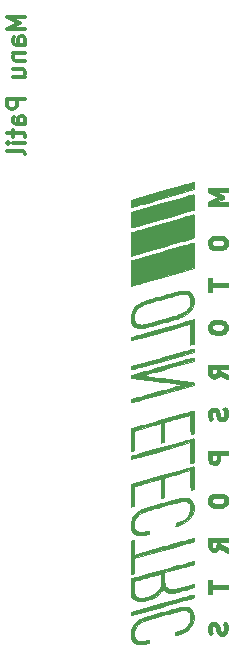
<source format=gbo>
G04 #@! TF.GenerationSoftware,KiCad,Pcbnew,5.0.2-bee76a0~70~ubuntu18.04.1*
G04 #@! TF.CreationDate,2019-11-25T00:10:04-05:00*
G04 #@! TF.ProjectId,328_Hacker,3332385f-4861-4636-9b65-722e6b696361,rev?*
G04 #@! TF.SameCoordinates,Original*
G04 #@! TF.FileFunction,Legend,Bot*
G04 #@! TF.FilePolarity,Positive*
%FSLAX46Y46*%
G04 Gerber Fmt 4.6, Leading zero omitted, Abs format (unit mm)*
G04 Created by KiCad (PCBNEW 5.0.2-bee76a0~70~ubuntu18.04.1) date Mon 25 Nov 2019 12:10:04 AM EST*
%MOMM*%
%LPD*%
G01*
G04 APERTURE LIST*
%ADD10C,0.300000*%
%ADD11C,0.010000*%
G04 APERTURE END LIST*
D10*
X56761771Y-34506614D02*
X55261771Y-34506614D01*
X56333200Y-35006614D01*
X55261771Y-35506614D01*
X56761771Y-35506614D01*
X56761771Y-36863757D02*
X55976057Y-36863757D01*
X55833200Y-36792328D01*
X55761771Y-36649471D01*
X55761771Y-36363757D01*
X55833200Y-36220900D01*
X56690342Y-36863757D02*
X56761771Y-36720900D01*
X56761771Y-36363757D01*
X56690342Y-36220900D01*
X56547485Y-36149471D01*
X56404628Y-36149471D01*
X56261771Y-36220900D01*
X56190342Y-36363757D01*
X56190342Y-36720900D01*
X56118914Y-36863757D01*
X55761771Y-37578042D02*
X56761771Y-37578042D01*
X55904628Y-37578042D02*
X55833200Y-37649471D01*
X55761771Y-37792328D01*
X55761771Y-38006614D01*
X55833200Y-38149471D01*
X55976057Y-38220900D01*
X56761771Y-38220900D01*
X55761771Y-39578042D02*
X56761771Y-39578042D01*
X55761771Y-38935185D02*
X56547485Y-38935185D01*
X56690342Y-39006614D01*
X56761771Y-39149471D01*
X56761771Y-39363757D01*
X56690342Y-39506614D01*
X56618914Y-39578042D01*
X56761771Y-41435185D02*
X55261771Y-41435185D01*
X55261771Y-42006614D01*
X55333200Y-42149471D01*
X55404628Y-42220900D01*
X55547485Y-42292328D01*
X55761771Y-42292328D01*
X55904628Y-42220900D01*
X55976057Y-42149471D01*
X56047485Y-42006614D01*
X56047485Y-41435185D01*
X56761771Y-43578042D02*
X55976057Y-43578042D01*
X55833200Y-43506614D01*
X55761771Y-43363757D01*
X55761771Y-43078042D01*
X55833200Y-42935185D01*
X56690342Y-43578042D02*
X56761771Y-43435185D01*
X56761771Y-43078042D01*
X56690342Y-42935185D01*
X56547485Y-42863757D01*
X56404628Y-42863757D01*
X56261771Y-42935185D01*
X56190342Y-43078042D01*
X56190342Y-43435185D01*
X56118914Y-43578042D01*
X55761771Y-44078042D02*
X55761771Y-44649471D01*
X55261771Y-44292328D02*
X56547485Y-44292328D01*
X56690342Y-44363757D01*
X56761771Y-44506614D01*
X56761771Y-44649471D01*
X56761771Y-45149471D02*
X55761771Y-45149471D01*
X55261771Y-45149471D02*
X55333200Y-45078042D01*
X55404628Y-45149471D01*
X55333200Y-45220900D01*
X55261771Y-45149471D01*
X55404628Y-45149471D01*
X56761771Y-46078042D02*
X56690342Y-45935185D01*
X56547485Y-45863757D01*
X55261771Y-45863757D01*
D11*
G04 #@! TO.C,G\002A\002A\002A*
G36*
X65717468Y-86879975D02*
X65750899Y-87099219D01*
X65816030Y-87279028D01*
X65913226Y-87419953D01*
X66042851Y-87522544D01*
X66182955Y-87581239D01*
X66304005Y-87603325D01*
X66459271Y-87612382D01*
X66634021Y-87608975D01*
X66813524Y-87593670D01*
X66983048Y-87567033D01*
X67068700Y-87547226D01*
X67246500Y-87499972D01*
X67254181Y-87353302D01*
X67256858Y-87271251D01*
X67251820Y-87229239D01*
X67236049Y-87216719D01*
X67216081Y-87220127D01*
X67036185Y-87269307D01*
X66884554Y-87300907D01*
X66743026Y-87317969D01*
X66598800Y-87323502D01*
X66479453Y-87322723D01*
X66395666Y-87316619D01*
X66332268Y-87302536D01*
X66274089Y-87277822D01*
X66243519Y-87261380D01*
X66136778Y-87181741D01*
X66061948Y-87076884D01*
X66015528Y-86939846D01*
X65994094Y-86765119D01*
X66004011Y-86527134D01*
X66059885Y-86310780D01*
X66161719Y-86116051D01*
X66309518Y-85942941D01*
X66503287Y-85791445D01*
X66743029Y-85661554D01*
X66825613Y-85626110D01*
X66884144Y-85605535D01*
X66986130Y-85573254D01*
X67125993Y-85530833D01*
X67298153Y-85479840D01*
X67497033Y-85421842D01*
X67717052Y-85358406D01*
X67952631Y-85291100D01*
X68198192Y-85221492D01*
X68448155Y-85151148D01*
X68696942Y-85081636D01*
X68938972Y-85014523D01*
X69168668Y-84951377D01*
X69380449Y-84893766D01*
X69568738Y-84843255D01*
X69727954Y-84801414D01*
X69852519Y-84769809D01*
X69936854Y-84750007D01*
X69961361Y-84745163D01*
X70176016Y-84724652D01*
X70357497Y-84742312D01*
X70506376Y-84798340D01*
X70623228Y-84892938D01*
X70696411Y-85001100D01*
X70729365Y-85069091D01*
X70749759Y-85127119D01*
X70759994Y-85190240D01*
X70762472Y-85273512D01*
X70759595Y-85391991D01*
X70759450Y-85396270D01*
X70753490Y-85521370D01*
X70743154Y-85612913D01*
X70724727Y-85688135D01*
X70694493Y-85764274D01*
X70668239Y-85819400D01*
X70551316Y-86000724D01*
X70388879Y-86164735D01*
X70183888Y-86309323D01*
X69939301Y-86432376D01*
X69678550Y-86525741D01*
X69494400Y-86580847D01*
X69494400Y-86718073D01*
X69498264Y-86793808D01*
X69508216Y-86843647D01*
X69517509Y-86855300D01*
X69568667Y-86845756D01*
X69654927Y-86819951D01*
X69764909Y-86782129D01*
X69887236Y-86736530D01*
X70010529Y-86687397D01*
X70123410Y-86638971D01*
X70214500Y-86595494D01*
X70214727Y-86595376D01*
X70367312Y-86501811D01*
X70521343Y-86381918D01*
X70665596Y-86246510D01*
X70788850Y-86106402D01*
X70879882Y-85972407D01*
X70898548Y-85936453D01*
X70979856Y-85718810D01*
X71028181Y-85483817D01*
X71041922Y-85246614D01*
X71019475Y-85022340D01*
X71002935Y-84950300D01*
X70934938Y-84776556D01*
X70833224Y-84640340D01*
X70695441Y-84539219D01*
X70546933Y-84478657D01*
X70421327Y-84454244D01*
X70264811Y-84443870D01*
X70095367Y-84447791D01*
X69930982Y-84466264D01*
X69911814Y-84469586D01*
X69848492Y-84483684D01*
X69742044Y-84510474D01*
X69598094Y-84548361D01*
X69422267Y-84595753D01*
X69220187Y-84651055D01*
X68997477Y-84712673D01*
X68759763Y-84779015D01*
X68512668Y-84848485D01*
X68261817Y-84919491D01*
X68012834Y-84990439D01*
X67771342Y-85059734D01*
X67542967Y-85125783D01*
X67333332Y-85186993D01*
X67148062Y-85241769D01*
X66992781Y-85288518D01*
X66873112Y-85325646D01*
X66794681Y-85351560D01*
X66778595Y-85357460D01*
X66504159Y-85485820D01*
X66267499Y-85643416D01*
X66070397Y-85827692D01*
X65914636Y-86036087D01*
X65802000Y-86266045D01*
X65734271Y-86515006D01*
X65713233Y-86780413D01*
X65717468Y-86879975D01*
X65717468Y-86879975D01*
G37*
X65717468Y-86879975D02*
X65750899Y-87099219D01*
X65816030Y-87279028D01*
X65913226Y-87419953D01*
X66042851Y-87522544D01*
X66182955Y-87581239D01*
X66304005Y-87603325D01*
X66459271Y-87612382D01*
X66634021Y-87608975D01*
X66813524Y-87593670D01*
X66983048Y-87567033D01*
X67068700Y-87547226D01*
X67246500Y-87499972D01*
X67254181Y-87353302D01*
X67256858Y-87271251D01*
X67251820Y-87229239D01*
X67236049Y-87216719D01*
X67216081Y-87220127D01*
X67036185Y-87269307D01*
X66884554Y-87300907D01*
X66743026Y-87317969D01*
X66598800Y-87323502D01*
X66479453Y-87322723D01*
X66395666Y-87316619D01*
X66332268Y-87302536D01*
X66274089Y-87277822D01*
X66243519Y-87261380D01*
X66136778Y-87181741D01*
X66061948Y-87076884D01*
X66015528Y-86939846D01*
X65994094Y-86765119D01*
X66004011Y-86527134D01*
X66059885Y-86310780D01*
X66161719Y-86116051D01*
X66309518Y-85942941D01*
X66503287Y-85791445D01*
X66743029Y-85661554D01*
X66825613Y-85626110D01*
X66884144Y-85605535D01*
X66986130Y-85573254D01*
X67125993Y-85530833D01*
X67298153Y-85479840D01*
X67497033Y-85421842D01*
X67717052Y-85358406D01*
X67952631Y-85291100D01*
X68198192Y-85221492D01*
X68448155Y-85151148D01*
X68696942Y-85081636D01*
X68938972Y-85014523D01*
X69168668Y-84951377D01*
X69380449Y-84893766D01*
X69568738Y-84843255D01*
X69727954Y-84801414D01*
X69852519Y-84769809D01*
X69936854Y-84750007D01*
X69961361Y-84745163D01*
X70176016Y-84724652D01*
X70357497Y-84742312D01*
X70506376Y-84798340D01*
X70623228Y-84892938D01*
X70696411Y-85001100D01*
X70729365Y-85069091D01*
X70749759Y-85127119D01*
X70759994Y-85190240D01*
X70762472Y-85273512D01*
X70759595Y-85391991D01*
X70759450Y-85396270D01*
X70753490Y-85521370D01*
X70743154Y-85612913D01*
X70724727Y-85688135D01*
X70694493Y-85764274D01*
X70668239Y-85819400D01*
X70551316Y-86000724D01*
X70388879Y-86164735D01*
X70183888Y-86309323D01*
X69939301Y-86432376D01*
X69678550Y-86525741D01*
X69494400Y-86580847D01*
X69494400Y-86718073D01*
X69498264Y-86793808D01*
X69508216Y-86843647D01*
X69517509Y-86855300D01*
X69568667Y-86845756D01*
X69654927Y-86819951D01*
X69764909Y-86782129D01*
X69887236Y-86736530D01*
X70010529Y-86687397D01*
X70123410Y-86638971D01*
X70214500Y-86595494D01*
X70214727Y-86595376D01*
X70367312Y-86501811D01*
X70521343Y-86381918D01*
X70665596Y-86246510D01*
X70788850Y-86106402D01*
X70879882Y-85972407D01*
X70898548Y-85936453D01*
X70979856Y-85718810D01*
X71028181Y-85483817D01*
X71041922Y-85246614D01*
X71019475Y-85022340D01*
X71002935Y-84950300D01*
X70934938Y-84776556D01*
X70833224Y-84640340D01*
X70695441Y-84539219D01*
X70546933Y-84478657D01*
X70421327Y-84454244D01*
X70264811Y-84443870D01*
X70095367Y-84447791D01*
X69930982Y-84466264D01*
X69911814Y-84469586D01*
X69848492Y-84483684D01*
X69742044Y-84510474D01*
X69598094Y-84548361D01*
X69422267Y-84595753D01*
X69220187Y-84651055D01*
X68997477Y-84712673D01*
X68759763Y-84779015D01*
X68512668Y-84848485D01*
X68261817Y-84919491D01*
X68012834Y-84990439D01*
X67771342Y-85059734D01*
X67542967Y-85125783D01*
X67333332Y-85186993D01*
X67148062Y-85241769D01*
X66992781Y-85288518D01*
X66873112Y-85325646D01*
X66794681Y-85351560D01*
X66778595Y-85357460D01*
X66504159Y-85485820D01*
X66267499Y-85643416D01*
X66070397Y-85827692D01*
X65914636Y-86036087D01*
X65802000Y-86266045D01*
X65734271Y-86515006D01*
X65713233Y-86780413D01*
X65717468Y-86879975D01*
G36*
X65723823Y-85144044D02*
X65743043Y-85153500D01*
X65771920Y-85146747D01*
X65846437Y-85127091D01*
X65963347Y-85095433D01*
X66119401Y-85052675D01*
X66311352Y-84999718D01*
X66535951Y-84937464D01*
X66789952Y-84866816D01*
X67070105Y-84788674D01*
X67373163Y-84703941D01*
X67695879Y-84613519D01*
X68035004Y-84518308D01*
X68354220Y-84428522D01*
X68705974Y-84329515D01*
X69044614Y-84234229D01*
X69366855Y-84143588D01*
X69669415Y-84058515D01*
X69949008Y-83979931D01*
X70202350Y-83908759D01*
X70426157Y-83845921D01*
X70617144Y-83792341D01*
X70772027Y-83748939D01*
X70887522Y-83716640D01*
X70960345Y-83696364D01*
X70986650Y-83689169D01*
X71019816Y-83674932D01*
X71036981Y-83644685D01*
X71043205Y-83584780D01*
X71043800Y-83535092D01*
X71042360Y-83455661D01*
X71034679Y-83416030D01*
X71015717Y-83405210D01*
X70986650Y-83410545D01*
X70954861Y-83419369D01*
X70877441Y-83441048D01*
X70757655Y-83474665D01*
X70598768Y-83519300D01*
X70404046Y-83574035D01*
X70176753Y-83637952D01*
X69920156Y-83710133D01*
X69637519Y-83789658D01*
X69332108Y-83875611D01*
X69007189Y-83967071D01*
X68666026Y-84063121D01*
X68326000Y-84158868D01*
X65722500Y-84892038D01*
X65714822Y-85022769D01*
X65713671Y-85103679D01*
X65723823Y-85144044D01*
X65723823Y-85144044D01*
G37*
X65723823Y-85144044D02*
X65743043Y-85153500D01*
X65771920Y-85146747D01*
X65846437Y-85127091D01*
X65963347Y-85095433D01*
X66119401Y-85052675D01*
X66311352Y-84999718D01*
X66535951Y-84937464D01*
X66789952Y-84866816D01*
X67070105Y-84788674D01*
X67373163Y-84703941D01*
X67695879Y-84613519D01*
X68035004Y-84518308D01*
X68354220Y-84428522D01*
X68705974Y-84329515D01*
X69044614Y-84234229D01*
X69366855Y-84143588D01*
X69669415Y-84058515D01*
X69949008Y-83979931D01*
X70202350Y-83908759D01*
X70426157Y-83845921D01*
X70617144Y-83792341D01*
X70772027Y-83748939D01*
X70887522Y-83716640D01*
X70960345Y-83696364D01*
X70986650Y-83689169D01*
X71019816Y-83674932D01*
X71036981Y-83644685D01*
X71043205Y-83584780D01*
X71043800Y-83535092D01*
X71042360Y-83455661D01*
X71034679Y-83416030D01*
X71015717Y-83405210D01*
X70986650Y-83410545D01*
X70954861Y-83419369D01*
X70877441Y-83441048D01*
X70757655Y-83474665D01*
X70598768Y-83519300D01*
X70404046Y-83574035D01*
X70176753Y-83637952D01*
X69920156Y-83710133D01*
X69637519Y-83789658D01*
X69332108Y-83875611D01*
X69007189Y-83967071D01*
X68666026Y-84063121D01*
X68326000Y-84158868D01*
X65722500Y-84892038D01*
X65714822Y-85022769D01*
X65713671Y-85103679D01*
X65723823Y-85144044D01*
G36*
X65713694Y-82552646D02*
X65715731Y-82732304D01*
X65715757Y-82734150D01*
X65719239Y-82946880D01*
X65723253Y-83115361D01*
X65728242Y-83246140D01*
X65734650Y-83345766D01*
X65742922Y-83420791D01*
X65753501Y-83477761D01*
X65766830Y-83523228D01*
X65769779Y-83531288D01*
X65853944Y-83688321D01*
X65973931Y-83817995D01*
X66120220Y-83910041D01*
X66121445Y-83910587D01*
X66258670Y-83951185D01*
X66430969Y-83969965D01*
X66627593Y-83967043D01*
X66837797Y-83942540D01*
X67036206Y-83900449D01*
X67380295Y-83793590D01*
X67678703Y-83664553D01*
X67931461Y-83513317D01*
X68138602Y-83339864D01*
X68300158Y-83144173D01*
X68345780Y-83070700D01*
X68383465Y-83005000D01*
X68409001Y-82960672D01*
X68415235Y-82950001D01*
X68434031Y-82962510D01*
X68478877Y-83001477D01*
X68529820Y-83048805D01*
X68635692Y-83139173D01*
X68738675Y-83200591D01*
X68852373Y-83237739D01*
X68990393Y-83255298D01*
X69138800Y-83258302D01*
X69215312Y-83257046D01*
X69283947Y-83253814D01*
X69351573Y-83247136D01*
X69425056Y-83235542D01*
X69511263Y-83217564D01*
X69617060Y-83191732D01*
X69749314Y-83156579D01*
X69914893Y-83110633D01*
X70120662Y-83052427D01*
X70180200Y-83035500D01*
X70371709Y-82980994D01*
X70548798Y-82930536D01*
X70705203Y-82885913D01*
X70834664Y-82848913D01*
X70930919Y-82821327D01*
X70987706Y-82804942D01*
X70999350Y-82801506D01*
X71026252Y-82782104D01*
X71039878Y-82737086D01*
X71043794Y-82654289D01*
X71043800Y-82649888D01*
X71041837Y-82573897D01*
X71036782Y-82523779D01*
X71032010Y-82511900D01*
X71005567Y-82518530D01*
X70936199Y-82537319D01*
X70829866Y-82566614D01*
X70692529Y-82604763D01*
X70530148Y-82650111D01*
X70348686Y-82701006D01*
X70252860Y-82727962D01*
X70056040Y-82782802D01*
X69868030Y-82834105D01*
X69696280Y-82879921D01*
X69548243Y-82918297D01*
X69431369Y-82947283D01*
X69353109Y-82964928D01*
X69335399Y-82968196D01*
X69140365Y-82979342D01*
X68969453Y-82946683D01*
X68824144Y-82870895D01*
X68705917Y-82752654D01*
X68643818Y-82652427D01*
X68617259Y-82599250D01*
X68597554Y-82552633D01*
X68583520Y-82503759D01*
X68573977Y-82443813D01*
X68567743Y-82363980D01*
X68563638Y-82255445D01*
X68560481Y-82109391D01*
X68558868Y-82018411D01*
X68550437Y-81534000D01*
X69638368Y-81230794D01*
X69871015Y-81165888D01*
X70093886Y-81103581D01*
X70301065Y-81045537D01*
X70486636Y-80993418D01*
X70644683Y-80948887D01*
X70769289Y-80913608D01*
X70854540Y-80889244D01*
X70885050Y-80880344D01*
X71043800Y-80833099D01*
X71043800Y-80707299D01*
X71039460Y-80627250D01*
X71024709Y-80588612D01*
X71006594Y-80581500D01*
X70977573Y-80588251D01*
X70902885Y-80607910D01*
X70785754Y-80639582D01*
X70629401Y-80682373D01*
X70437051Y-80735388D01*
X70211926Y-80797733D01*
X69957248Y-80868515D01*
X69676241Y-80946838D01*
X69372127Y-81031809D01*
X69048129Y-81122534D01*
X68707470Y-81218118D01*
X68353373Y-81317667D01*
X68351836Y-81318100D01*
X68263032Y-81343080D01*
X68263032Y-81622900D01*
X68267019Y-81646927D01*
X68270458Y-81713518D01*
X68273117Y-81814439D01*
X68274765Y-81941455D01*
X68275200Y-82056035D01*
X68272661Y-82270844D01*
X68264730Y-82442260D01*
X68250933Y-82577456D01*
X68234805Y-82666774D01*
X68166391Y-82869529D01*
X68057587Y-83050304D01*
X67906944Y-83210255D01*
X67713011Y-83350537D01*
X67474339Y-83472306D01*
X67189476Y-83576717D01*
X67037832Y-83620494D01*
X66786996Y-83674072D01*
X66571426Y-83691189D01*
X66390993Y-83671826D01*
X66245572Y-83615965D01*
X66135034Y-83523588D01*
X66104775Y-83482948D01*
X66066376Y-83415899D01*
X66037282Y-83341643D01*
X66016312Y-83252238D01*
X66002282Y-83139737D01*
X65994010Y-82996198D01*
X65990315Y-82813675D01*
X65989820Y-82710461D01*
X65990010Y-82548298D01*
X65991541Y-82429849D01*
X65995085Y-82348033D01*
X66001312Y-82295770D01*
X66010892Y-82265979D01*
X66024497Y-82251578D01*
X66033650Y-82247740D01*
X66077862Y-82234826D01*
X66162521Y-82210646D01*
X66281679Y-82176866D01*
X66429386Y-82135154D01*
X66599691Y-82087178D01*
X66786646Y-82034604D01*
X66984300Y-81979102D01*
X67186704Y-81922338D01*
X67387909Y-81865979D01*
X67581965Y-81811694D01*
X67762922Y-81761149D01*
X67924831Y-81716013D01*
X68061742Y-81677953D01*
X68167705Y-81648636D01*
X68236772Y-81629729D01*
X68262991Y-81622901D01*
X68263032Y-81622900D01*
X68263032Y-81343080D01*
X67998217Y-81417574D01*
X67658399Y-81513096D01*
X67335569Y-81603773D01*
X67032913Y-81688713D01*
X66753616Y-81767025D01*
X66500865Y-81837816D01*
X66277845Y-81900195D01*
X66087743Y-81953270D01*
X65933745Y-81996150D01*
X65819036Y-82027942D01*
X65746804Y-82047756D01*
X65720233Y-82054698D01*
X65720198Y-82054700D01*
X65716816Y-82078999D01*
X65714431Y-82147517D01*
X65713087Y-82253680D01*
X65712827Y-82390914D01*
X65713694Y-82552646D01*
X65713694Y-82552646D01*
G37*
X65713694Y-82552646D02*
X65715731Y-82732304D01*
X65715757Y-82734150D01*
X65719239Y-82946880D01*
X65723253Y-83115361D01*
X65728242Y-83246140D01*
X65734650Y-83345766D01*
X65742922Y-83420791D01*
X65753501Y-83477761D01*
X65766830Y-83523228D01*
X65769779Y-83531288D01*
X65853944Y-83688321D01*
X65973931Y-83817995D01*
X66120220Y-83910041D01*
X66121445Y-83910587D01*
X66258670Y-83951185D01*
X66430969Y-83969965D01*
X66627593Y-83967043D01*
X66837797Y-83942540D01*
X67036206Y-83900449D01*
X67380295Y-83793590D01*
X67678703Y-83664553D01*
X67931461Y-83513317D01*
X68138602Y-83339864D01*
X68300158Y-83144173D01*
X68345780Y-83070700D01*
X68383465Y-83005000D01*
X68409001Y-82960672D01*
X68415235Y-82950001D01*
X68434031Y-82962510D01*
X68478877Y-83001477D01*
X68529820Y-83048805D01*
X68635692Y-83139173D01*
X68738675Y-83200591D01*
X68852373Y-83237739D01*
X68990393Y-83255298D01*
X69138800Y-83258302D01*
X69215312Y-83257046D01*
X69283947Y-83253814D01*
X69351573Y-83247136D01*
X69425056Y-83235542D01*
X69511263Y-83217564D01*
X69617060Y-83191732D01*
X69749314Y-83156579D01*
X69914893Y-83110633D01*
X70120662Y-83052427D01*
X70180200Y-83035500D01*
X70371709Y-82980994D01*
X70548798Y-82930536D01*
X70705203Y-82885913D01*
X70834664Y-82848913D01*
X70930919Y-82821327D01*
X70987706Y-82804942D01*
X70999350Y-82801506D01*
X71026252Y-82782104D01*
X71039878Y-82737086D01*
X71043794Y-82654289D01*
X71043800Y-82649888D01*
X71041837Y-82573897D01*
X71036782Y-82523779D01*
X71032010Y-82511900D01*
X71005567Y-82518530D01*
X70936199Y-82537319D01*
X70829866Y-82566614D01*
X70692529Y-82604763D01*
X70530148Y-82650111D01*
X70348686Y-82701006D01*
X70252860Y-82727962D01*
X70056040Y-82782802D01*
X69868030Y-82834105D01*
X69696280Y-82879921D01*
X69548243Y-82918297D01*
X69431369Y-82947283D01*
X69353109Y-82964928D01*
X69335399Y-82968196D01*
X69140365Y-82979342D01*
X68969453Y-82946683D01*
X68824144Y-82870895D01*
X68705917Y-82752654D01*
X68643818Y-82652427D01*
X68617259Y-82599250D01*
X68597554Y-82552633D01*
X68583520Y-82503759D01*
X68573977Y-82443813D01*
X68567743Y-82363980D01*
X68563638Y-82255445D01*
X68560481Y-82109391D01*
X68558868Y-82018411D01*
X68550437Y-81534000D01*
X69638368Y-81230794D01*
X69871015Y-81165888D01*
X70093886Y-81103581D01*
X70301065Y-81045537D01*
X70486636Y-80993418D01*
X70644683Y-80948887D01*
X70769289Y-80913608D01*
X70854540Y-80889244D01*
X70885050Y-80880344D01*
X71043800Y-80833099D01*
X71043800Y-80707299D01*
X71039460Y-80627250D01*
X71024709Y-80588612D01*
X71006594Y-80581500D01*
X70977573Y-80588251D01*
X70902885Y-80607910D01*
X70785754Y-80639582D01*
X70629401Y-80682373D01*
X70437051Y-80735388D01*
X70211926Y-80797733D01*
X69957248Y-80868515D01*
X69676241Y-80946838D01*
X69372127Y-81031809D01*
X69048129Y-81122534D01*
X68707470Y-81218118D01*
X68353373Y-81317667D01*
X68351836Y-81318100D01*
X68263032Y-81343080D01*
X68263032Y-81622900D01*
X68267019Y-81646927D01*
X68270458Y-81713518D01*
X68273117Y-81814439D01*
X68274765Y-81941455D01*
X68275200Y-82056035D01*
X68272661Y-82270844D01*
X68264730Y-82442260D01*
X68250933Y-82577456D01*
X68234805Y-82666774D01*
X68166391Y-82869529D01*
X68057587Y-83050304D01*
X67906944Y-83210255D01*
X67713011Y-83350537D01*
X67474339Y-83472306D01*
X67189476Y-83576717D01*
X67037832Y-83620494D01*
X66786996Y-83674072D01*
X66571426Y-83691189D01*
X66390993Y-83671826D01*
X66245572Y-83615965D01*
X66135034Y-83523588D01*
X66104775Y-83482948D01*
X66066376Y-83415899D01*
X66037282Y-83341643D01*
X66016312Y-83252238D01*
X66002282Y-83139737D01*
X65994010Y-82996198D01*
X65990315Y-82813675D01*
X65989820Y-82710461D01*
X65990010Y-82548298D01*
X65991541Y-82429849D01*
X65995085Y-82348033D01*
X66001312Y-82295770D01*
X66010892Y-82265979D01*
X66024497Y-82251578D01*
X66033650Y-82247740D01*
X66077862Y-82234826D01*
X66162521Y-82210646D01*
X66281679Y-82176866D01*
X66429386Y-82135154D01*
X66599691Y-82087178D01*
X66786646Y-82034604D01*
X66984300Y-81979102D01*
X67186704Y-81922338D01*
X67387909Y-81865979D01*
X67581965Y-81811694D01*
X67762922Y-81761149D01*
X67924831Y-81716013D01*
X68061742Y-81677953D01*
X68167705Y-81648636D01*
X68236772Y-81629729D01*
X68262991Y-81622901D01*
X68263032Y-81622900D01*
X68263032Y-81343080D01*
X67998217Y-81417574D01*
X67658399Y-81513096D01*
X67335569Y-81603773D01*
X67032913Y-81688713D01*
X66753616Y-81767025D01*
X66500865Y-81837816D01*
X66277845Y-81900195D01*
X66087743Y-81953270D01*
X65933745Y-81996150D01*
X65819036Y-82027942D01*
X65746804Y-82047756D01*
X65720233Y-82054698D01*
X65720198Y-82054700D01*
X65716816Y-82078999D01*
X65714431Y-82147517D01*
X65713087Y-82253680D01*
X65712827Y-82390914D01*
X65713694Y-82552646D01*
G36*
X65709941Y-80527198D02*
X65710348Y-80773562D01*
X65710994Y-80999505D01*
X65711854Y-81200461D01*
X65712900Y-81371862D01*
X65714107Y-81509144D01*
X65715448Y-81607740D01*
X65716897Y-81663083D01*
X65717889Y-81673700D01*
X65744659Y-81667085D01*
X65804875Y-81650075D01*
X65857155Y-81634744D01*
X65988331Y-81595789D01*
X65995115Y-80957553D01*
X66001900Y-80319317D01*
X68453000Y-79629243D01*
X68796407Y-79532582D01*
X69126887Y-79439601D01*
X69441046Y-79351252D01*
X69735488Y-79268489D01*
X70006821Y-79192263D01*
X70251650Y-79123528D01*
X70466579Y-79063237D01*
X70648216Y-79012341D01*
X70793165Y-78971795D01*
X70898033Y-78942549D01*
X70959425Y-78925558D01*
X70973950Y-78921650D01*
X71014154Y-78907681D01*
X71034979Y-78882404D01*
X71042744Y-78831641D01*
X71043800Y-78764916D01*
X71042752Y-78688607D01*
X71040051Y-78638179D01*
X71037450Y-78626024D01*
X71012651Y-78632805D01*
X70942195Y-78652450D01*
X70829318Y-78684050D01*
X70677259Y-78726694D01*
X70489256Y-78779472D01*
X70268548Y-78841475D01*
X70018374Y-78911792D01*
X69741971Y-78989515D01*
X69442577Y-79073731D01*
X69123432Y-79163533D01*
X68787773Y-79258009D01*
X68516500Y-79334383D01*
X66001900Y-80042417D01*
X65995108Y-79407710D01*
X65992605Y-79209023D01*
X65989626Y-79055823D01*
X65985807Y-78942794D01*
X65980778Y-78864623D01*
X65974174Y-78815996D01*
X65965629Y-78791600D01*
X65954774Y-78786120D01*
X65952247Y-78786845D01*
X65905708Y-78801998D01*
X65834476Y-78822601D01*
X65812988Y-78828472D01*
X65709800Y-78856258D01*
X65709800Y-80264979D01*
X65709941Y-80527198D01*
X65709941Y-80527198D01*
G37*
X65709941Y-80527198D02*
X65710348Y-80773562D01*
X65710994Y-80999505D01*
X65711854Y-81200461D01*
X65712900Y-81371862D01*
X65714107Y-81509144D01*
X65715448Y-81607740D01*
X65716897Y-81663083D01*
X65717889Y-81673700D01*
X65744659Y-81667085D01*
X65804875Y-81650075D01*
X65857155Y-81634744D01*
X65988331Y-81595789D01*
X65995115Y-80957553D01*
X66001900Y-80319317D01*
X68453000Y-79629243D01*
X68796407Y-79532582D01*
X69126887Y-79439601D01*
X69441046Y-79351252D01*
X69735488Y-79268489D01*
X70006821Y-79192263D01*
X70251650Y-79123528D01*
X70466579Y-79063237D01*
X70648216Y-79012341D01*
X70793165Y-78971795D01*
X70898033Y-78942549D01*
X70959425Y-78925558D01*
X70973950Y-78921650D01*
X71014154Y-78907681D01*
X71034979Y-78882404D01*
X71042744Y-78831641D01*
X71043800Y-78764916D01*
X71042752Y-78688607D01*
X71040051Y-78638179D01*
X71037450Y-78626024D01*
X71012651Y-78632805D01*
X70942195Y-78652450D01*
X70829318Y-78684050D01*
X70677259Y-78726694D01*
X70489256Y-78779472D01*
X70268548Y-78841475D01*
X70018374Y-78911792D01*
X69741971Y-78989515D01*
X69442577Y-79073731D01*
X69123432Y-79163533D01*
X68787773Y-79258009D01*
X68516500Y-79334383D01*
X66001900Y-80042417D01*
X65995108Y-79407710D01*
X65992605Y-79209023D01*
X65989626Y-79055823D01*
X65985807Y-78942794D01*
X65980778Y-78864623D01*
X65974174Y-78815996D01*
X65965629Y-78791600D01*
X65954774Y-78786120D01*
X65952247Y-78786845D01*
X65905708Y-78801998D01*
X65834476Y-78822601D01*
X65812988Y-78828472D01*
X65709800Y-78856258D01*
X65709800Y-80264979D01*
X65709941Y-80527198D01*
G36*
X65723781Y-77677924D02*
X65727066Y-77771824D01*
X65735737Y-77841937D01*
X65752119Y-77901768D01*
X65778535Y-77964820D01*
X65804884Y-78019415D01*
X65903167Y-78169156D01*
X66032579Y-78281460D01*
X66193838Y-78356482D01*
X66387660Y-78394379D01*
X66614764Y-78395305D01*
X66875867Y-78359418D01*
X67113150Y-78303367D01*
X67259200Y-78263405D01*
X67259200Y-78127052D01*
X67256706Y-78051579D01*
X67250287Y-78002063D01*
X67244381Y-77990700D01*
X67214383Y-77996486D01*
X67148097Y-78011834D01*
X67058453Y-78033722D01*
X67034831Y-78039630D01*
X66803546Y-78088947D01*
X66609630Y-78110072D01*
X66447869Y-78102507D01*
X66313046Y-78065757D01*
X66199945Y-77999324D01*
X66150521Y-77955432D01*
X66074686Y-77864704D01*
X66025119Y-77764940D01*
X65998700Y-77644931D01*
X65992310Y-77493466D01*
X65995817Y-77399465D01*
X66006545Y-77271140D01*
X66025290Y-77172232D01*
X66057111Y-77081443D01*
X66086330Y-77018465D01*
X66203474Y-76836648D01*
X66365258Y-76671867D01*
X66567354Y-76527626D01*
X66805437Y-76407428D01*
X66875046Y-76379659D01*
X66931736Y-76360645D01*
X67031709Y-76329756D01*
X67169270Y-76288603D01*
X67338724Y-76238797D01*
X67534377Y-76181950D01*
X67750535Y-76119674D01*
X67981503Y-76053580D01*
X68221586Y-75985278D01*
X68465090Y-75916382D01*
X68706321Y-75848502D01*
X68939584Y-75783250D01*
X69159185Y-75722237D01*
X69359429Y-75667074D01*
X69534621Y-75619374D01*
X69679067Y-75580748D01*
X69787073Y-75552806D01*
X69850000Y-75537785D01*
X69967259Y-75518108D01*
X70093426Y-75505122D01*
X70167500Y-75502082D01*
X70354949Y-75517662D01*
X70505140Y-75566315D01*
X70619624Y-75649691D01*
X70699953Y-75769441D01*
X70747678Y-75927215D01*
X70764352Y-76124665D01*
X70764400Y-76137048D01*
X70742351Y-76366909D01*
X70675899Y-76574741D01*
X70564582Y-76761049D01*
X70407941Y-76926340D01*
X70205515Y-77071121D01*
X69956843Y-77195896D01*
X69723000Y-77282071D01*
X69507100Y-77351392D01*
X69499482Y-77493246D01*
X69497230Y-77570359D01*
X69499343Y-77621878D01*
X69503541Y-77635100D01*
X69531153Y-77627724D01*
X69596029Y-77607869D01*
X69687183Y-77578947D01*
X69752459Y-77557833D01*
X70071375Y-77435043D01*
X70345059Y-77289141D01*
X70573509Y-77120131D01*
X70756721Y-76928014D01*
X70894695Y-76712793D01*
X70987427Y-76474471D01*
X71034916Y-76213050D01*
X71041710Y-76047600D01*
X71036968Y-75932253D01*
X71025752Y-75819850D01*
X71010413Y-75733470D01*
X71009205Y-75728844D01*
X70938637Y-75551929D01*
X70832079Y-75410830D01*
X70689659Y-75305687D01*
X70584855Y-75259133D01*
X70479432Y-75235040D01*
X70339575Y-75222141D01*
X70180409Y-75220486D01*
X70017062Y-75230122D01*
X69864661Y-75251099D01*
X69836492Y-75256730D01*
X69779284Y-75270618D01*
X69679011Y-75296854D01*
X69541450Y-75333821D01*
X69372379Y-75379897D01*
X69177574Y-75433463D01*
X68962813Y-75492901D01*
X68733874Y-75556590D01*
X68496532Y-75622911D01*
X68256566Y-75690244D01*
X68019752Y-75756970D01*
X67791868Y-75821470D01*
X67578691Y-75882124D01*
X67385997Y-75937313D01*
X67219564Y-75985416D01*
X67085169Y-76024815D01*
X66988590Y-76053890D01*
X66954400Y-76064661D01*
X66656060Y-76181923D01*
X66394578Y-76327228D01*
X66172136Y-76498713D01*
X65990915Y-76694518D01*
X65853096Y-76912779D01*
X65790563Y-77058113D01*
X65760921Y-77147532D01*
X65741509Y-77228948D01*
X65730211Y-77317799D01*
X65724909Y-77429523D01*
X65723559Y-77546734D01*
X65723781Y-77677924D01*
X65723781Y-77677924D01*
G37*
X65723781Y-77677924D02*
X65727066Y-77771824D01*
X65735737Y-77841937D01*
X65752119Y-77901768D01*
X65778535Y-77964820D01*
X65804884Y-78019415D01*
X65903167Y-78169156D01*
X66032579Y-78281460D01*
X66193838Y-78356482D01*
X66387660Y-78394379D01*
X66614764Y-78395305D01*
X66875867Y-78359418D01*
X67113150Y-78303367D01*
X67259200Y-78263405D01*
X67259200Y-78127052D01*
X67256706Y-78051579D01*
X67250287Y-78002063D01*
X67244381Y-77990700D01*
X67214383Y-77996486D01*
X67148097Y-78011834D01*
X67058453Y-78033722D01*
X67034831Y-78039630D01*
X66803546Y-78088947D01*
X66609630Y-78110072D01*
X66447869Y-78102507D01*
X66313046Y-78065757D01*
X66199945Y-77999324D01*
X66150521Y-77955432D01*
X66074686Y-77864704D01*
X66025119Y-77764940D01*
X65998700Y-77644931D01*
X65992310Y-77493466D01*
X65995817Y-77399465D01*
X66006545Y-77271140D01*
X66025290Y-77172232D01*
X66057111Y-77081443D01*
X66086330Y-77018465D01*
X66203474Y-76836648D01*
X66365258Y-76671867D01*
X66567354Y-76527626D01*
X66805437Y-76407428D01*
X66875046Y-76379659D01*
X66931736Y-76360645D01*
X67031709Y-76329756D01*
X67169270Y-76288603D01*
X67338724Y-76238797D01*
X67534377Y-76181950D01*
X67750535Y-76119674D01*
X67981503Y-76053580D01*
X68221586Y-75985278D01*
X68465090Y-75916382D01*
X68706321Y-75848502D01*
X68939584Y-75783250D01*
X69159185Y-75722237D01*
X69359429Y-75667074D01*
X69534621Y-75619374D01*
X69679067Y-75580748D01*
X69787073Y-75552806D01*
X69850000Y-75537785D01*
X69967259Y-75518108D01*
X70093426Y-75505122D01*
X70167500Y-75502082D01*
X70354949Y-75517662D01*
X70505140Y-75566315D01*
X70619624Y-75649691D01*
X70699953Y-75769441D01*
X70747678Y-75927215D01*
X70764352Y-76124665D01*
X70764400Y-76137048D01*
X70742351Y-76366909D01*
X70675899Y-76574741D01*
X70564582Y-76761049D01*
X70407941Y-76926340D01*
X70205515Y-77071121D01*
X69956843Y-77195896D01*
X69723000Y-77282071D01*
X69507100Y-77351392D01*
X69499482Y-77493246D01*
X69497230Y-77570359D01*
X69499343Y-77621878D01*
X69503541Y-77635100D01*
X69531153Y-77627724D01*
X69596029Y-77607869D01*
X69687183Y-77578947D01*
X69752459Y-77557833D01*
X70071375Y-77435043D01*
X70345059Y-77289141D01*
X70573509Y-77120131D01*
X70756721Y-76928014D01*
X70894695Y-76712793D01*
X70987427Y-76474471D01*
X71034916Y-76213050D01*
X71041710Y-76047600D01*
X71036968Y-75932253D01*
X71025752Y-75819850D01*
X71010413Y-75733470D01*
X71009205Y-75728844D01*
X70938637Y-75551929D01*
X70832079Y-75410830D01*
X70689659Y-75305687D01*
X70584855Y-75259133D01*
X70479432Y-75235040D01*
X70339575Y-75222141D01*
X70180409Y-75220486D01*
X70017062Y-75230122D01*
X69864661Y-75251099D01*
X69836492Y-75256730D01*
X69779284Y-75270618D01*
X69679011Y-75296854D01*
X69541450Y-75333821D01*
X69372379Y-75379897D01*
X69177574Y-75433463D01*
X68962813Y-75492901D01*
X68733874Y-75556590D01*
X68496532Y-75622911D01*
X68256566Y-75690244D01*
X68019752Y-75756970D01*
X67791868Y-75821470D01*
X67578691Y-75882124D01*
X67385997Y-75937313D01*
X67219564Y-75985416D01*
X67085169Y-76024815D01*
X66988590Y-76053890D01*
X66954400Y-76064661D01*
X66656060Y-76181923D01*
X66394578Y-76327228D01*
X66172136Y-76498713D01*
X65990915Y-76694518D01*
X65853096Y-76912779D01*
X65790563Y-77058113D01*
X65760921Y-77147532D01*
X65741509Y-77228948D01*
X65730211Y-77317799D01*
X65724909Y-77429523D01*
X65723559Y-77546734D01*
X65723781Y-77677924D01*
G36*
X65710409Y-75277625D02*
X65712259Y-75507385D01*
X65715382Y-75688701D01*
X65719811Y-75822741D01*
X65725579Y-75910676D01*
X65732718Y-75953676D01*
X65736652Y-75958700D01*
X65776043Y-75952871D01*
X65843943Y-75938178D01*
X65876352Y-75930284D01*
X65989199Y-75901869D01*
X65989200Y-75067168D01*
X65989200Y-74232467D01*
X66059050Y-74214995D01*
X66097806Y-74204540D01*
X66180017Y-74181800D01*
X66300250Y-74148297D01*
X66453070Y-74105552D01*
X66633046Y-74055085D01*
X66834743Y-73998418D01*
X67052728Y-73937072D01*
X67183000Y-73900364D01*
X68237100Y-73603205D01*
X68243797Y-74425352D01*
X68246429Y-74673839D01*
X68249943Y-74874101D01*
X68254450Y-75028709D01*
X68260058Y-75140233D01*
X68266879Y-75211242D01*
X68275021Y-75244307D01*
X68278950Y-75247500D01*
X68320057Y-75240640D01*
X68386635Y-75223610D01*
X68405603Y-75218079D01*
X68503800Y-75188658D01*
X68503800Y-73528242D01*
X69030850Y-73380062D01*
X69221376Y-73326488D01*
X69443490Y-73264020D01*
X69679883Y-73197526D01*
X69913243Y-73131876D01*
X70126258Y-73071939D01*
X70154800Y-73063907D01*
X70751700Y-72895932D01*
X70758397Y-73716116D01*
X70761347Y-73978549D01*
X70765501Y-74190350D01*
X70770866Y-74351671D01*
X70777448Y-74462666D01*
X70785254Y-74523488D01*
X70791599Y-74536300D01*
X70830761Y-74530475D01*
X70898506Y-74515790D01*
X70930952Y-74507884D01*
X71043800Y-74479469D01*
X71043800Y-73517284D01*
X71043445Y-73259439D01*
X71042300Y-73048560D01*
X71040237Y-72880818D01*
X71037132Y-72752384D01*
X71032860Y-72659428D01*
X71027296Y-72598121D01*
X71020314Y-72564634D01*
X71012348Y-72555100D01*
X70984129Y-72561846D01*
X70910219Y-72581492D01*
X70793821Y-72613146D01*
X70638138Y-72655920D01*
X70446372Y-72708923D01*
X70221726Y-72771263D01*
X69967403Y-72842053D01*
X69686603Y-72920400D01*
X69382531Y-73005416D01*
X69058389Y-73096209D01*
X68717379Y-73191889D01*
X68362703Y-73291567D01*
X68345348Y-73296449D01*
X65709800Y-74037798D01*
X65709800Y-74998249D01*
X65710409Y-75277625D01*
X65710409Y-75277625D01*
G37*
X65710409Y-75277625D02*
X65712259Y-75507385D01*
X65715382Y-75688701D01*
X65719811Y-75822741D01*
X65725579Y-75910676D01*
X65732718Y-75953676D01*
X65736652Y-75958700D01*
X65776043Y-75952871D01*
X65843943Y-75938178D01*
X65876352Y-75930284D01*
X65989199Y-75901869D01*
X65989200Y-75067168D01*
X65989200Y-74232467D01*
X66059050Y-74214995D01*
X66097806Y-74204540D01*
X66180017Y-74181800D01*
X66300250Y-74148297D01*
X66453070Y-74105552D01*
X66633046Y-74055085D01*
X66834743Y-73998418D01*
X67052728Y-73937072D01*
X67183000Y-73900364D01*
X68237100Y-73603205D01*
X68243797Y-74425352D01*
X68246429Y-74673839D01*
X68249943Y-74874101D01*
X68254450Y-75028709D01*
X68260058Y-75140233D01*
X68266879Y-75211242D01*
X68275021Y-75244307D01*
X68278950Y-75247500D01*
X68320057Y-75240640D01*
X68386635Y-75223610D01*
X68405603Y-75218079D01*
X68503800Y-75188658D01*
X68503800Y-73528242D01*
X69030850Y-73380062D01*
X69221376Y-73326488D01*
X69443490Y-73264020D01*
X69679883Y-73197526D01*
X69913243Y-73131876D01*
X70126258Y-73071939D01*
X70154800Y-73063907D01*
X70751700Y-72895932D01*
X70758397Y-73716116D01*
X70761347Y-73978549D01*
X70765501Y-74190350D01*
X70770866Y-74351671D01*
X70777448Y-74462666D01*
X70785254Y-74523488D01*
X70791599Y-74536300D01*
X70830761Y-74530475D01*
X70898506Y-74515790D01*
X70930952Y-74507884D01*
X71043800Y-74479469D01*
X71043800Y-73517284D01*
X71043445Y-73259439D01*
X71042300Y-73048560D01*
X71040237Y-72880818D01*
X71037132Y-72752384D01*
X71032860Y-72659428D01*
X71027296Y-72598121D01*
X71020314Y-72564634D01*
X71012348Y-72555100D01*
X70984129Y-72561846D01*
X70910219Y-72581492D01*
X70793821Y-72613146D01*
X70638138Y-72655920D01*
X70446372Y-72708923D01*
X70221726Y-72771263D01*
X69967403Y-72842053D01*
X69686603Y-72920400D01*
X69382531Y-73005416D01*
X69058389Y-73096209D01*
X68717379Y-73191889D01*
X68362703Y-73291567D01*
X68345348Y-73296449D01*
X65709800Y-74037798D01*
X65709800Y-74998249D01*
X65710409Y-75277625D01*
G36*
X65712965Y-71883303D02*
X65721122Y-71933052D01*
X65728850Y-71944635D01*
X65755426Y-71937768D01*
X65827626Y-71918018D01*
X65942179Y-71886300D01*
X66095820Y-71843530D01*
X66285279Y-71790623D01*
X66507289Y-71728494D01*
X66758581Y-71658058D01*
X67035889Y-71580230D01*
X67335944Y-71495925D01*
X67655477Y-71406058D01*
X67991222Y-71311546D01*
X68249800Y-71238699D01*
X70751700Y-70533626D01*
X70765054Y-72304992D01*
X70847277Y-72287110D01*
X70924509Y-72267481D01*
X70986650Y-72247692D01*
X71043800Y-72226157D01*
X71043800Y-71195117D01*
X71043694Y-70939049D01*
X71043245Y-70729275D01*
X71042256Y-70561290D01*
X71040531Y-70430589D01*
X71037872Y-70332665D01*
X71034083Y-70263012D01*
X71028966Y-70217127D01*
X71022324Y-70190502D01*
X71013962Y-70178632D01*
X71003681Y-70177013D01*
X70999350Y-70178110D01*
X70969282Y-70186775D01*
X70893571Y-70208267D01*
X70775479Y-70241668D01*
X70618269Y-70286058D01*
X70425202Y-70340518D01*
X70199539Y-70404128D01*
X69944544Y-70475970D01*
X69663477Y-70555124D01*
X69359602Y-70640671D01*
X69036178Y-70731692D01*
X68696470Y-70827267D01*
X68376800Y-70917179D01*
X68025136Y-71016087D01*
X67686797Y-71111269D01*
X67365045Y-71201806D01*
X67063141Y-71286777D01*
X66784348Y-71365266D01*
X66531928Y-71436353D01*
X66309142Y-71499120D01*
X66119251Y-71552646D01*
X65965519Y-71596015D01*
X65851207Y-71628307D01*
X65779576Y-71648603D01*
X65754250Y-71655869D01*
X65727346Y-71675292D01*
X65713719Y-71720334D01*
X65709805Y-71803159D01*
X65709800Y-71807511D01*
X65712965Y-71883303D01*
X65712965Y-71883303D01*
G37*
X65712965Y-71883303D02*
X65721122Y-71933052D01*
X65728850Y-71944635D01*
X65755426Y-71937768D01*
X65827626Y-71918018D01*
X65942179Y-71886300D01*
X66095820Y-71843530D01*
X66285279Y-71790623D01*
X66507289Y-71728494D01*
X66758581Y-71658058D01*
X67035889Y-71580230D01*
X67335944Y-71495925D01*
X67655477Y-71406058D01*
X67991222Y-71311546D01*
X68249800Y-71238699D01*
X70751700Y-70533626D01*
X70765054Y-72304992D01*
X70847277Y-72287110D01*
X70924509Y-72267481D01*
X70986650Y-72247692D01*
X71043800Y-72226157D01*
X71043800Y-71195117D01*
X71043694Y-70939049D01*
X71043245Y-70729275D01*
X71042256Y-70561290D01*
X71040531Y-70430589D01*
X71037872Y-70332665D01*
X71034083Y-70263012D01*
X71028966Y-70217127D01*
X71022324Y-70190502D01*
X71013962Y-70178632D01*
X71003681Y-70177013D01*
X70999350Y-70178110D01*
X70969282Y-70186775D01*
X70893571Y-70208267D01*
X70775479Y-70241668D01*
X70618269Y-70286058D01*
X70425202Y-70340518D01*
X70199539Y-70404128D01*
X69944544Y-70475970D01*
X69663477Y-70555124D01*
X69359602Y-70640671D01*
X69036178Y-70731692D01*
X68696470Y-70827267D01*
X68376800Y-70917179D01*
X68025136Y-71016087D01*
X67686797Y-71111269D01*
X67365045Y-71201806D01*
X67063141Y-71286777D01*
X66784348Y-71365266D01*
X66531928Y-71436353D01*
X66309142Y-71499120D01*
X66119251Y-71552646D01*
X65965519Y-71596015D01*
X65851207Y-71628307D01*
X65779576Y-71648603D01*
X65754250Y-71655869D01*
X65727346Y-71675292D01*
X65713719Y-71720334D01*
X65709805Y-71803159D01*
X65709800Y-71807511D01*
X65712965Y-71883303D01*
G36*
X65710284Y-70512010D02*
X65711663Y-70710724D01*
X65713829Y-70887091D01*
X65716671Y-71035594D01*
X65720082Y-71150711D01*
X65723951Y-71226926D01*
X65728169Y-71258717D01*
X65728850Y-71259314D01*
X65762736Y-71252344D01*
X65826672Y-71235140D01*
X65862200Y-71224775D01*
X65976500Y-71190621D01*
X65989200Y-70357501D01*
X66001900Y-69524380D01*
X67106800Y-69211907D01*
X67334731Y-69147541D01*
X67547628Y-69087604D01*
X67740515Y-69033483D01*
X67908412Y-68986566D01*
X68046343Y-68948243D01*
X68149329Y-68919900D01*
X68212394Y-68902926D01*
X68230750Y-68898466D01*
X68235340Y-68922633D01*
X68239532Y-68991645D01*
X68243190Y-69099549D01*
X68246174Y-69240390D01*
X68248348Y-69408216D01*
X68249575Y-69597072D01*
X68249800Y-69723483D01*
X68249800Y-70549467D01*
X68319650Y-70532564D01*
X68395016Y-70511649D01*
X68446650Y-70494609D01*
X68503800Y-70473557D01*
X68503800Y-68823451D01*
X68675250Y-68772922D01*
X68739260Y-68754412D01*
X68845414Y-68724138D01*
X68986931Y-68684015D01*
X69157031Y-68635959D01*
X69348934Y-68581885D01*
X69555859Y-68523709D01*
X69761100Y-68466129D01*
X69969389Y-68407728D01*
X70163384Y-68353283D01*
X70337377Y-68304400D01*
X70485660Y-68262685D01*
X70602524Y-68229744D01*
X70682261Y-68207182D01*
X70719162Y-68196607D01*
X70719950Y-68196370D01*
X70732144Y-68195309D01*
X70741886Y-68203668D01*
X70749449Y-68226460D01*
X70755107Y-68268695D01*
X70759132Y-68335383D01*
X70761800Y-68431535D01*
X70763383Y-68562162D01*
X70764156Y-68732275D01*
X70764392Y-68946884D01*
X70764400Y-69010088D01*
X70764962Y-69209274D01*
X70766556Y-69391193D01*
X70769046Y-69549891D01*
X70772294Y-69679413D01*
X70776163Y-69773804D01*
X70780516Y-69827108D01*
X70783450Y-69836914D01*
X70817335Y-69829943D01*
X70881270Y-69812735D01*
X70916800Y-69802366D01*
X71031100Y-69768204D01*
X71037753Y-68797644D01*
X71039342Y-68549976D01*
X71040252Y-68348461D01*
X71040299Y-68188453D01*
X71039298Y-68065307D01*
X71037062Y-67974377D01*
X71033409Y-67911020D01*
X71028152Y-67870588D01*
X71021107Y-67848438D01*
X71012088Y-67839923D01*
X71000911Y-67840400D01*
X70999653Y-67840767D01*
X70969498Y-67849389D01*
X70893722Y-67870815D01*
X70775614Y-67904121D01*
X70618461Y-67948383D01*
X70425553Y-68002675D01*
X70200177Y-68066072D01*
X69945622Y-68137651D01*
X69665177Y-68216485D01*
X69362130Y-68301649D01*
X69039769Y-68392220D01*
X68701382Y-68487273D01*
X68414900Y-68567729D01*
X68064911Y-68666040D01*
X67727624Y-68760837D01*
X67406390Y-68851176D01*
X67104563Y-68936111D01*
X66825497Y-69014695D01*
X66572546Y-69085985D01*
X66349061Y-69149034D01*
X66158398Y-69202897D01*
X66003909Y-69246628D01*
X65888947Y-69279283D01*
X65816867Y-69299915D01*
X65792350Y-69307123D01*
X65709800Y-69333239D01*
X65709800Y-70296469D01*
X65710284Y-70512010D01*
X65710284Y-70512010D01*
G37*
X65710284Y-70512010D02*
X65711663Y-70710724D01*
X65713829Y-70887091D01*
X65716671Y-71035594D01*
X65720082Y-71150711D01*
X65723951Y-71226926D01*
X65728169Y-71258717D01*
X65728850Y-71259314D01*
X65762736Y-71252344D01*
X65826672Y-71235140D01*
X65862200Y-71224775D01*
X65976500Y-71190621D01*
X65989200Y-70357501D01*
X66001900Y-69524380D01*
X67106800Y-69211907D01*
X67334731Y-69147541D01*
X67547628Y-69087604D01*
X67740515Y-69033483D01*
X67908412Y-68986566D01*
X68046343Y-68948243D01*
X68149329Y-68919900D01*
X68212394Y-68902926D01*
X68230750Y-68898466D01*
X68235340Y-68922633D01*
X68239532Y-68991645D01*
X68243190Y-69099549D01*
X68246174Y-69240390D01*
X68248348Y-69408216D01*
X68249575Y-69597072D01*
X68249800Y-69723483D01*
X68249800Y-70549467D01*
X68319650Y-70532564D01*
X68395016Y-70511649D01*
X68446650Y-70494609D01*
X68503800Y-70473557D01*
X68503800Y-68823451D01*
X68675250Y-68772922D01*
X68739260Y-68754412D01*
X68845414Y-68724138D01*
X68986931Y-68684015D01*
X69157031Y-68635959D01*
X69348934Y-68581885D01*
X69555859Y-68523709D01*
X69761100Y-68466129D01*
X69969389Y-68407728D01*
X70163384Y-68353283D01*
X70337377Y-68304400D01*
X70485660Y-68262685D01*
X70602524Y-68229744D01*
X70682261Y-68207182D01*
X70719162Y-68196607D01*
X70719950Y-68196370D01*
X70732144Y-68195309D01*
X70741886Y-68203668D01*
X70749449Y-68226460D01*
X70755107Y-68268695D01*
X70759132Y-68335383D01*
X70761800Y-68431535D01*
X70763383Y-68562162D01*
X70764156Y-68732275D01*
X70764392Y-68946884D01*
X70764400Y-69010088D01*
X70764962Y-69209274D01*
X70766556Y-69391193D01*
X70769046Y-69549891D01*
X70772294Y-69679413D01*
X70776163Y-69773804D01*
X70780516Y-69827108D01*
X70783450Y-69836914D01*
X70817335Y-69829943D01*
X70881270Y-69812735D01*
X70916800Y-69802366D01*
X71031100Y-69768204D01*
X71037753Y-68797644D01*
X71039342Y-68549976D01*
X71040252Y-68348461D01*
X71040299Y-68188453D01*
X71039298Y-68065307D01*
X71037062Y-67974377D01*
X71033409Y-67911020D01*
X71028152Y-67870588D01*
X71021107Y-67848438D01*
X71012088Y-67839923D01*
X71000911Y-67840400D01*
X70999653Y-67840767D01*
X70969498Y-67849389D01*
X70893722Y-67870815D01*
X70775614Y-67904121D01*
X70618461Y-67948383D01*
X70425553Y-68002675D01*
X70200177Y-68066072D01*
X69945622Y-68137651D01*
X69665177Y-68216485D01*
X69362130Y-68301649D01*
X69039769Y-68392220D01*
X68701382Y-68487273D01*
X68414900Y-68567729D01*
X68064911Y-68666040D01*
X67727624Y-68760837D01*
X67406390Y-68851176D01*
X67104563Y-68936111D01*
X66825497Y-69014695D01*
X66572546Y-69085985D01*
X66349061Y-69149034D01*
X66158398Y-69202897D01*
X66003909Y-69246628D01*
X65888947Y-69279283D01*
X65816867Y-69299915D01*
X65792350Y-69307123D01*
X65709800Y-69333239D01*
X65709800Y-70296469D01*
X65710284Y-70512010D01*
G36*
X65710333Y-67014072D02*
X65714222Y-67082837D01*
X65721427Y-67131977D01*
X65728850Y-67145401D01*
X65755373Y-67138739D01*
X65827623Y-67119207D01*
X65942422Y-67087688D01*
X66096596Y-67045069D01*
X66286968Y-66992233D01*
X66510361Y-66930066D01*
X66763600Y-66859453D01*
X67043508Y-66781278D01*
X67346911Y-66696426D01*
X67670630Y-66605783D01*
X68011491Y-66510233D01*
X68366318Y-66410660D01*
X68395554Y-66402451D01*
X71043208Y-65659000D01*
X71043504Y-65538350D01*
X71038423Y-65458234D01*
X71021470Y-65421643D01*
X71008804Y-65417700D01*
X70978854Y-65414673D01*
X70902195Y-65405893D01*
X70782538Y-65391807D01*
X70623594Y-65372862D01*
X70429074Y-65349505D01*
X70202690Y-65322186D01*
X69948152Y-65291350D01*
X69669172Y-65257446D01*
X69369460Y-65220922D01*
X69052728Y-65182225D01*
X68797708Y-65151000D01*
X68470452Y-65110917D01*
X68157429Y-65072629D01*
X67862340Y-65036583D01*
X67588886Y-65003230D01*
X67340767Y-64973021D01*
X67121686Y-64946404D01*
X66935342Y-64923829D01*
X66785438Y-64905746D01*
X66675673Y-64892605D01*
X66609749Y-64884856D01*
X66591153Y-64882844D01*
X66610530Y-64875921D01*
X66675452Y-64856225D01*
X66782557Y-64824719D01*
X66928483Y-64782367D01*
X67109866Y-64730131D01*
X67323345Y-64668974D01*
X67565557Y-64599859D01*
X67833140Y-64523750D01*
X68122731Y-64441608D01*
X68430968Y-64354399D01*
X68754488Y-64263083D01*
X68795900Y-64251410D01*
X71031100Y-63621431D01*
X71038781Y-63476031D01*
X71041459Y-63394471D01*
X71036352Y-63352950D01*
X71020407Y-63340930D01*
X71000681Y-63344570D01*
X70970383Y-63353227D01*
X70894466Y-63374691D01*
X70776220Y-63408035D01*
X70618935Y-63452334D01*
X70425903Y-63506663D01*
X70200411Y-63570097D01*
X69945752Y-63641709D01*
X69665214Y-63720576D01*
X69362089Y-63805770D01*
X69039665Y-63896367D01*
X68701234Y-63991441D01*
X68414900Y-64071865D01*
X68064881Y-64170196D01*
X67727540Y-64265020D01*
X67406234Y-64355392D01*
X67104318Y-64440364D01*
X66825147Y-64518991D01*
X66572077Y-64590326D01*
X66348463Y-64653424D01*
X66157662Y-64707337D01*
X66003028Y-64751121D01*
X65887917Y-64783827D01*
X65815686Y-64804511D01*
X65791056Y-64811758D01*
X65740070Y-64831300D01*
X65716825Y-64858212D01*
X65712397Y-64909321D01*
X65714856Y-64955467D01*
X65722500Y-65072640D01*
X67938549Y-65339466D01*
X68267231Y-65379276D01*
X68580484Y-65417674D01*
X68874775Y-65454199D01*
X69146569Y-65488394D01*
X69392331Y-65519797D01*
X69608526Y-65547948D01*
X69791620Y-65572389D01*
X69938078Y-65592658D01*
X70044366Y-65608298D01*
X70106949Y-65618846D01*
X70122949Y-65623628D01*
X70095382Y-65632386D01*
X70023213Y-65653643D01*
X69910687Y-65686200D01*
X69762049Y-65728859D01*
X69581544Y-65780424D01*
X69373417Y-65839694D01*
X69141913Y-65905473D01*
X68891278Y-65976563D01*
X68625756Y-66051765D01*
X68349593Y-66129881D01*
X68067033Y-66209714D01*
X67782321Y-66290065D01*
X67499704Y-66369736D01*
X67223425Y-66447530D01*
X66957730Y-66522247D01*
X66706864Y-66592691D01*
X66475072Y-66657663D01*
X66266600Y-66715965D01*
X66085691Y-66766400D01*
X65936592Y-66807768D01*
X65823547Y-66838872D01*
X65750802Y-66858515D01*
X65722601Y-66865497D01*
X65722527Y-66865500D01*
X65714089Y-66887857D01*
X65710157Y-66943230D01*
X65710333Y-67014072D01*
X65710333Y-67014072D01*
G37*
X65710333Y-67014072D02*
X65714222Y-67082837D01*
X65721427Y-67131977D01*
X65728850Y-67145401D01*
X65755373Y-67138739D01*
X65827623Y-67119207D01*
X65942422Y-67087688D01*
X66096596Y-67045069D01*
X66286968Y-66992233D01*
X66510361Y-66930066D01*
X66763600Y-66859453D01*
X67043508Y-66781278D01*
X67346911Y-66696426D01*
X67670630Y-66605783D01*
X68011491Y-66510233D01*
X68366318Y-66410660D01*
X68395554Y-66402451D01*
X71043208Y-65659000D01*
X71043504Y-65538350D01*
X71038423Y-65458234D01*
X71021470Y-65421643D01*
X71008804Y-65417700D01*
X70978854Y-65414673D01*
X70902195Y-65405893D01*
X70782538Y-65391807D01*
X70623594Y-65372862D01*
X70429074Y-65349505D01*
X70202690Y-65322186D01*
X69948152Y-65291350D01*
X69669172Y-65257446D01*
X69369460Y-65220922D01*
X69052728Y-65182225D01*
X68797708Y-65151000D01*
X68470452Y-65110917D01*
X68157429Y-65072629D01*
X67862340Y-65036583D01*
X67588886Y-65003230D01*
X67340767Y-64973021D01*
X67121686Y-64946404D01*
X66935342Y-64923829D01*
X66785438Y-64905746D01*
X66675673Y-64892605D01*
X66609749Y-64884856D01*
X66591153Y-64882844D01*
X66610530Y-64875921D01*
X66675452Y-64856225D01*
X66782557Y-64824719D01*
X66928483Y-64782367D01*
X67109866Y-64730131D01*
X67323345Y-64668974D01*
X67565557Y-64599859D01*
X67833140Y-64523750D01*
X68122731Y-64441608D01*
X68430968Y-64354399D01*
X68754488Y-64263083D01*
X68795900Y-64251410D01*
X71031100Y-63621431D01*
X71038781Y-63476031D01*
X71041459Y-63394471D01*
X71036352Y-63352950D01*
X71020407Y-63340930D01*
X71000681Y-63344570D01*
X70970383Y-63353227D01*
X70894466Y-63374691D01*
X70776220Y-63408035D01*
X70618935Y-63452334D01*
X70425903Y-63506663D01*
X70200411Y-63570097D01*
X69945752Y-63641709D01*
X69665214Y-63720576D01*
X69362089Y-63805770D01*
X69039665Y-63896367D01*
X68701234Y-63991441D01*
X68414900Y-64071865D01*
X68064881Y-64170196D01*
X67727540Y-64265020D01*
X67406234Y-64355392D01*
X67104318Y-64440364D01*
X66825147Y-64518991D01*
X66572077Y-64590326D01*
X66348463Y-64653424D01*
X66157662Y-64707337D01*
X66003028Y-64751121D01*
X65887917Y-64783827D01*
X65815686Y-64804511D01*
X65791056Y-64811758D01*
X65740070Y-64831300D01*
X65716825Y-64858212D01*
X65712397Y-64909321D01*
X65714856Y-64955467D01*
X65722500Y-65072640D01*
X67938549Y-65339466D01*
X68267231Y-65379276D01*
X68580484Y-65417674D01*
X68874775Y-65454199D01*
X69146569Y-65488394D01*
X69392331Y-65519797D01*
X69608526Y-65547948D01*
X69791620Y-65572389D01*
X69938078Y-65592658D01*
X70044366Y-65608298D01*
X70106949Y-65618846D01*
X70122949Y-65623628D01*
X70095382Y-65632386D01*
X70023213Y-65653643D01*
X69910687Y-65686200D01*
X69762049Y-65728859D01*
X69581544Y-65780424D01*
X69373417Y-65839694D01*
X69141913Y-65905473D01*
X68891278Y-65976563D01*
X68625756Y-66051765D01*
X68349593Y-66129881D01*
X68067033Y-66209714D01*
X67782321Y-66290065D01*
X67499704Y-66369736D01*
X67223425Y-66447530D01*
X66957730Y-66522247D01*
X66706864Y-66592691D01*
X66475072Y-66657663D01*
X66266600Y-66715965D01*
X66085691Y-66766400D01*
X65936592Y-66807768D01*
X65823547Y-66838872D01*
X65750802Y-66858515D01*
X65722601Y-66865497D01*
X65722527Y-66865500D01*
X65714089Y-66887857D01*
X65710157Y-66943230D01*
X65710333Y-67014072D01*
G36*
X65711036Y-64297568D02*
X65718868Y-64335993D01*
X65739985Y-64346070D01*
X65779649Y-64339307D01*
X65813212Y-64330407D01*
X65892375Y-64308647D01*
X66013843Y-64274949D01*
X66174321Y-64230237D01*
X66370516Y-64175433D01*
X66599131Y-64111459D01*
X66856873Y-64039238D01*
X67140446Y-63959692D01*
X67446556Y-63873745D01*
X67771909Y-63782318D01*
X68113209Y-63686334D01*
X68440300Y-63594279D01*
X71031100Y-62864881D01*
X71038777Y-62731590D01*
X71039568Y-62657058D01*
X71033376Y-62608371D01*
X71026077Y-62597608D01*
X70999373Y-62604247D01*
X70926946Y-62623760D01*
X70811974Y-62655265D01*
X70657636Y-62697875D01*
X70467108Y-62750705D01*
X70243570Y-62812871D01*
X69990198Y-62883489D01*
X69710172Y-62961672D01*
X69406668Y-63046536D01*
X69082865Y-63137196D01*
X68741942Y-63232768D01*
X68387075Y-63332366D01*
X68357904Y-63340558D01*
X65710109Y-64084200D01*
X65709954Y-64219568D01*
X65711036Y-64297568D01*
X65711036Y-64297568D01*
G37*
X65711036Y-64297568D02*
X65718868Y-64335993D01*
X65739985Y-64346070D01*
X65779649Y-64339307D01*
X65813212Y-64330407D01*
X65892375Y-64308647D01*
X66013843Y-64274949D01*
X66174321Y-64230237D01*
X66370516Y-64175433D01*
X66599131Y-64111459D01*
X66856873Y-64039238D01*
X67140446Y-63959692D01*
X67446556Y-63873745D01*
X67771909Y-63782318D01*
X68113209Y-63686334D01*
X68440300Y-63594279D01*
X71031100Y-62864881D01*
X71038777Y-62731590D01*
X71039568Y-62657058D01*
X71033376Y-62608371D01*
X71026077Y-62597608D01*
X70999373Y-62604247D01*
X70926946Y-62623760D01*
X70811974Y-62655265D01*
X70657636Y-62697875D01*
X70467108Y-62750705D01*
X70243570Y-62812871D01*
X69990198Y-62883489D01*
X69710172Y-62961672D01*
X69406668Y-63046536D01*
X69082865Y-63137196D01*
X68741942Y-63232768D01*
X68387075Y-63332366D01*
X68357904Y-63340558D01*
X65710109Y-64084200D01*
X65709954Y-64219568D01*
X65711036Y-64297568D01*
G36*
X65779650Y-61875277D02*
X65813510Y-61866077D01*
X65892860Y-61844067D01*
X66014291Y-61810202D01*
X66174392Y-61765439D01*
X66369754Y-61710733D01*
X66596968Y-61647041D01*
X66852623Y-61575318D01*
X67133312Y-61496520D01*
X67435623Y-61411604D01*
X67756148Y-61321525D01*
X68091477Y-61227240D01*
X68280672Y-61174023D01*
X68621559Y-61078200D01*
X68948754Y-60986367D01*
X69258929Y-60899451D01*
X69548754Y-60818379D01*
X69814900Y-60744077D01*
X70054037Y-60677472D01*
X70262835Y-60619491D01*
X70437966Y-60571060D01*
X70576099Y-60533105D01*
X70673905Y-60506554D01*
X70728056Y-60492333D01*
X70738122Y-60490100D01*
X70746257Y-60514855D01*
X70752880Y-60589273D01*
X70757999Y-60713579D01*
X70761620Y-60887999D01*
X70763750Y-61112760D01*
X70764400Y-61369153D01*
X70764400Y-62248207D01*
X70830863Y-62231525D01*
X70908808Y-62213324D01*
X70970563Y-62200197D01*
X71043800Y-62185550D01*
X71043800Y-60113014D01*
X70872350Y-60161039D01*
X70824152Y-60174572D01*
X70730608Y-60200868D01*
X70595268Y-60238930D01*
X70421687Y-60287756D01*
X70213415Y-60346347D01*
X69974006Y-60413705D01*
X69707012Y-60488828D01*
X69415986Y-60570719D01*
X69104480Y-60658377D01*
X68776047Y-60750803D01*
X68434239Y-60846997D01*
X68216126Y-60908382D01*
X67871820Y-61005254D01*
X67541443Y-61098151D01*
X67228262Y-61186157D01*
X66935541Y-61268356D01*
X66666547Y-61343833D01*
X66424544Y-61411674D01*
X66212800Y-61470964D01*
X66034578Y-61520786D01*
X65893145Y-61560227D01*
X65791766Y-61588371D01*
X65733707Y-61604303D01*
X65720576Y-61607700D01*
X65714722Y-61630703D01*
X65710809Y-61690144D01*
X65709800Y-61750153D01*
X65709800Y-61892607D01*
X65779650Y-61875277D01*
X65779650Y-61875277D01*
G37*
X65779650Y-61875277D02*
X65813510Y-61866077D01*
X65892860Y-61844067D01*
X66014291Y-61810202D01*
X66174392Y-61765439D01*
X66369754Y-61710733D01*
X66596968Y-61647041D01*
X66852623Y-61575318D01*
X67133312Y-61496520D01*
X67435623Y-61411604D01*
X67756148Y-61321525D01*
X68091477Y-61227240D01*
X68280672Y-61174023D01*
X68621559Y-61078200D01*
X68948754Y-60986367D01*
X69258929Y-60899451D01*
X69548754Y-60818379D01*
X69814900Y-60744077D01*
X70054037Y-60677472D01*
X70262835Y-60619491D01*
X70437966Y-60571060D01*
X70576099Y-60533105D01*
X70673905Y-60506554D01*
X70728056Y-60492333D01*
X70738122Y-60490100D01*
X70746257Y-60514855D01*
X70752880Y-60589273D01*
X70757999Y-60713579D01*
X70761620Y-60887999D01*
X70763750Y-61112760D01*
X70764400Y-61369153D01*
X70764400Y-62248207D01*
X70830863Y-62231525D01*
X70908808Y-62213324D01*
X70970563Y-62200197D01*
X71043800Y-62185550D01*
X71043800Y-60113014D01*
X70872350Y-60161039D01*
X70824152Y-60174572D01*
X70730608Y-60200868D01*
X70595268Y-60238930D01*
X70421687Y-60287756D01*
X70213415Y-60346347D01*
X69974006Y-60413705D01*
X69707012Y-60488828D01*
X69415986Y-60570719D01*
X69104480Y-60658377D01*
X68776047Y-60750803D01*
X68434239Y-60846997D01*
X68216126Y-60908382D01*
X67871820Y-61005254D01*
X67541443Y-61098151D01*
X67228262Y-61186157D01*
X66935541Y-61268356D01*
X66666547Y-61343833D01*
X66424544Y-61411674D01*
X66212800Y-61470964D01*
X66034578Y-61520786D01*
X65893145Y-61560227D01*
X65791766Y-61588371D01*
X65733707Y-61604303D01*
X65720576Y-61607700D01*
X65714722Y-61630703D01*
X65710809Y-61690144D01*
X65709800Y-61750153D01*
X65709800Y-61892607D01*
X65779650Y-61875277D01*
G36*
X65716411Y-60129543D02*
X65753565Y-60328517D01*
X65823560Y-60500947D01*
X65924790Y-60642132D01*
X66055647Y-60747374D01*
X66127277Y-60783228D01*
X66246277Y-60816921D01*
X66398472Y-60836371D01*
X66568042Y-60840679D01*
X66739166Y-60828947D01*
X66794884Y-60821145D01*
X66863789Y-60806919D01*
X66975428Y-60779975D01*
X67124249Y-60741885D01*
X67304701Y-60694217D01*
X67511233Y-60638540D01*
X67738294Y-60576424D01*
X67980333Y-60509439D01*
X68231798Y-60439152D01*
X68487140Y-60367135D01*
X68740806Y-60294956D01*
X68987246Y-60224184D01*
X69220908Y-60156390D01*
X69436241Y-60093141D01*
X69627695Y-60036008D01*
X69789718Y-59986560D01*
X69916759Y-59946366D01*
X70003267Y-59916995D01*
X70030930Y-59906292D01*
X70296178Y-59771171D01*
X70525616Y-59608039D01*
X70716352Y-59419999D01*
X70865494Y-59210150D01*
X70970151Y-58981594D01*
X71004689Y-58862136D01*
X71028495Y-58717802D01*
X71039556Y-58553465D01*
X71037745Y-58388578D01*
X71022932Y-58242596D01*
X71009205Y-58177444D01*
X70938568Y-58000619D01*
X70832032Y-57859345D01*
X70690472Y-57754594D01*
X70588012Y-57709298D01*
X70495671Y-57688546D01*
X70368766Y-57675734D01*
X70222944Y-57671097D01*
X70115517Y-57673817D01*
X70115517Y-57951323D01*
X70265966Y-57955268D01*
X70394832Y-57973443D01*
X70472300Y-57998107D01*
X70586071Y-58064954D01*
X70668305Y-58149637D01*
X70722216Y-58259214D01*
X70751015Y-58400741D01*
X70757916Y-58581273D01*
X70756935Y-58623200D01*
X70750854Y-58751149D01*
X70739862Y-58845341D01*
X70720570Y-58922796D01*
X70689587Y-59000531D01*
X70676004Y-59029600D01*
X70596862Y-59168279D01*
X70497008Y-59292324D01*
X70371988Y-59404410D01*
X70217349Y-59507214D01*
X70028638Y-59603410D01*
X69801401Y-59695675D01*
X69531185Y-59786683D01*
X69303900Y-59853957D01*
X68875893Y-59974790D01*
X68494439Y-60082113D01*
X68157291Y-60176538D01*
X67862201Y-60258676D01*
X67606925Y-60329138D01*
X67389216Y-60388535D01*
X67206827Y-60437477D01*
X67057513Y-60476577D01*
X66939026Y-60506444D01*
X66849121Y-60527690D01*
X66785552Y-60540927D01*
X66766352Y-60544215D01*
X66557471Y-60559583D01*
X66378080Y-60536884D01*
X66229989Y-60476728D01*
X66115006Y-60379723D01*
X66065127Y-60308440D01*
X66036737Y-60253916D01*
X66018332Y-60200738D01*
X66007798Y-60135885D01*
X66003025Y-60046338D01*
X66001900Y-59919075D01*
X66001900Y-59918600D01*
X66003172Y-59789334D01*
X66008551Y-59696238D01*
X66020384Y-59624711D01*
X66041015Y-59560152D01*
X66070175Y-59493519D01*
X66119957Y-59397100D01*
X66175400Y-59304015D01*
X66208931Y-59255434D01*
X66294671Y-59165658D01*
X66415642Y-59069321D01*
X66558659Y-58975250D01*
X66710538Y-58892268D01*
X66830353Y-58839491D01*
X66886822Y-58820255D01*
X66986581Y-58789034D01*
X67123974Y-58747443D01*
X67293345Y-58697101D01*
X67489041Y-58639625D01*
X67705405Y-58576632D01*
X67936783Y-58509741D01*
X68177519Y-58440567D01*
X68421958Y-58370729D01*
X68664444Y-58301845D01*
X68899324Y-58235531D01*
X69120941Y-58173406D01*
X69323640Y-58117086D01*
X69501766Y-58068190D01*
X69649665Y-58028334D01*
X69761679Y-57999136D01*
X69810511Y-57987123D01*
X69958644Y-57961857D01*
X70115517Y-57951323D01*
X70115517Y-57673817D01*
X70073853Y-57674872D01*
X69937143Y-57687297D01*
X69870300Y-57698433D01*
X69820226Y-57710587D01*
X69726901Y-57735051D01*
X69595938Y-57770258D01*
X69432952Y-57814637D01*
X69243559Y-57866622D01*
X69033373Y-57924644D01*
X68808010Y-57987134D01*
X68573084Y-58052524D01*
X68334211Y-58119245D01*
X68097005Y-58185730D01*
X67867082Y-58250410D01*
X67650056Y-58311716D01*
X67451542Y-58368080D01*
X67277155Y-58417934D01*
X67132511Y-58459709D01*
X67023224Y-58491837D01*
X66954909Y-58512749D01*
X66954400Y-58512913D01*
X66668600Y-58625383D01*
X66414068Y-58767151D01*
X66194126Y-58935030D01*
X66012094Y-59125836D01*
X65871296Y-59336382D01*
X65775054Y-59563481D01*
X65747053Y-59670765D01*
X65713705Y-59908725D01*
X65716411Y-60129543D01*
X65716411Y-60129543D01*
G37*
X65716411Y-60129543D02*
X65753565Y-60328517D01*
X65823560Y-60500947D01*
X65924790Y-60642132D01*
X66055647Y-60747374D01*
X66127277Y-60783228D01*
X66246277Y-60816921D01*
X66398472Y-60836371D01*
X66568042Y-60840679D01*
X66739166Y-60828947D01*
X66794884Y-60821145D01*
X66863789Y-60806919D01*
X66975428Y-60779975D01*
X67124249Y-60741885D01*
X67304701Y-60694217D01*
X67511233Y-60638540D01*
X67738294Y-60576424D01*
X67980333Y-60509439D01*
X68231798Y-60439152D01*
X68487140Y-60367135D01*
X68740806Y-60294956D01*
X68987246Y-60224184D01*
X69220908Y-60156390D01*
X69436241Y-60093141D01*
X69627695Y-60036008D01*
X69789718Y-59986560D01*
X69916759Y-59946366D01*
X70003267Y-59916995D01*
X70030930Y-59906292D01*
X70296178Y-59771171D01*
X70525616Y-59608039D01*
X70716352Y-59419999D01*
X70865494Y-59210150D01*
X70970151Y-58981594D01*
X71004689Y-58862136D01*
X71028495Y-58717802D01*
X71039556Y-58553465D01*
X71037745Y-58388578D01*
X71022932Y-58242596D01*
X71009205Y-58177444D01*
X70938568Y-58000619D01*
X70832032Y-57859345D01*
X70690472Y-57754594D01*
X70588012Y-57709298D01*
X70495671Y-57688546D01*
X70368766Y-57675734D01*
X70222944Y-57671097D01*
X70115517Y-57673817D01*
X70115517Y-57951323D01*
X70265966Y-57955268D01*
X70394832Y-57973443D01*
X70472300Y-57998107D01*
X70586071Y-58064954D01*
X70668305Y-58149637D01*
X70722216Y-58259214D01*
X70751015Y-58400741D01*
X70757916Y-58581273D01*
X70756935Y-58623200D01*
X70750854Y-58751149D01*
X70739862Y-58845341D01*
X70720570Y-58922796D01*
X70689587Y-59000531D01*
X70676004Y-59029600D01*
X70596862Y-59168279D01*
X70497008Y-59292324D01*
X70371988Y-59404410D01*
X70217349Y-59507214D01*
X70028638Y-59603410D01*
X69801401Y-59695675D01*
X69531185Y-59786683D01*
X69303900Y-59853957D01*
X68875893Y-59974790D01*
X68494439Y-60082113D01*
X68157291Y-60176538D01*
X67862201Y-60258676D01*
X67606925Y-60329138D01*
X67389216Y-60388535D01*
X67206827Y-60437477D01*
X67057513Y-60476577D01*
X66939026Y-60506444D01*
X66849121Y-60527690D01*
X66785552Y-60540927D01*
X66766352Y-60544215D01*
X66557471Y-60559583D01*
X66378080Y-60536884D01*
X66229989Y-60476728D01*
X66115006Y-60379723D01*
X66065127Y-60308440D01*
X66036737Y-60253916D01*
X66018332Y-60200738D01*
X66007798Y-60135885D01*
X66003025Y-60046338D01*
X66001900Y-59919075D01*
X66001900Y-59918600D01*
X66003172Y-59789334D01*
X66008551Y-59696238D01*
X66020384Y-59624711D01*
X66041015Y-59560152D01*
X66070175Y-59493519D01*
X66119957Y-59397100D01*
X66175400Y-59304015D01*
X66208931Y-59255434D01*
X66294671Y-59165658D01*
X66415642Y-59069321D01*
X66558659Y-58975250D01*
X66710538Y-58892268D01*
X66830353Y-58839491D01*
X66886822Y-58820255D01*
X66986581Y-58789034D01*
X67123974Y-58747443D01*
X67293345Y-58697101D01*
X67489041Y-58639625D01*
X67705405Y-58576632D01*
X67936783Y-58509741D01*
X68177519Y-58440567D01*
X68421958Y-58370729D01*
X68664444Y-58301845D01*
X68899324Y-58235531D01*
X69120941Y-58173406D01*
X69323640Y-58117086D01*
X69501766Y-58068190D01*
X69649665Y-58028334D01*
X69761679Y-57999136D01*
X69810511Y-57987123D01*
X69958644Y-57961857D01*
X70115517Y-57951323D01*
X70115517Y-57673817D01*
X70073853Y-57674872D01*
X69937143Y-57687297D01*
X69870300Y-57698433D01*
X69820226Y-57710587D01*
X69726901Y-57735051D01*
X69595938Y-57770258D01*
X69432952Y-57814637D01*
X69243559Y-57866622D01*
X69033373Y-57924644D01*
X68808010Y-57987134D01*
X68573084Y-58052524D01*
X68334211Y-58119245D01*
X68097005Y-58185730D01*
X67867082Y-58250410D01*
X67650056Y-58311716D01*
X67451542Y-58368080D01*
X67277155Y-58417934D01*
X67132511Y-58459709D01*
X67023224Y-58491837D01*
X66954909Y-58512749D01*
X66954400Y-58512913D01*
X66668600Y-58625383D01*
X66414068Y-58767151D01*
X66194126Y-58935030D01*
X66012094Y-59125836D01*
X65871296Y-59336382D01*
X65775054Y-59563481D01*
X65747053Y-59670765D01*
X65713705Y-59908725D01*
X65716411Y-60129543D01*
G36*
X65779649Y-57252588D02*
X65813172Y-57243553D01*
X65892231Y-57221428D01*
X66013540Y-57187152D01*
X66173811Y-57141662D01*
X66369756Y-57085896D01*
X66598087Y-57020793D01*
X66855517Y-56947291D01*
X67138759Y-56866327D01*
X67444524Y-56778839D01*
X67769525Y-56685766D01*
X68110474Y-56588046D01*
X68440300Y-56493441D01*
X71031100Y-55750043D01*
X71037727Y-54676571D01*
X71039246Y-54414869D01*
X71040164Y-54199541D01*
X71040321Y-54026164D01*
X71039558Y-53890312D01*
X71037716Y-53787562D01*
X71034635Y-53713491D01*
X71030158Y-53663674D01*
X71024123Y-53633688D01*
X71016374Y-53619107D01*
X71006750Y-53615509D01*
X70999627Y-53616898D01*
X70969557Y-53625645D01*
X70893905Y-53647441D01*
X70775927Y-53681353D01*
X70618879Y-53726447D01*
X70426016Y-53781790D01*
X70200593Y-53846448D01*
X69945867Y-53919486D01*
X69665093Y-53999972D01*
X69361527Y-54086972D01*
X69038424Y-54179552D01*
X68699041Y-54276779D01*
X68376800Y-54369078D01*
X68025373Y-54469734D01*
X67687250Y-54566591D01*
X67365688Y-54658714D01*
X67063939Y-54745172D01*
X66785261Y-54825031D01*
X66532908Y-54897358D01*
X66310135Y-54961219D01*
X66120197Y-55015683D01*
X65966350Y-55059816D01*
X65851849Y-55092685D01*
X65779949Y-55113356D01*
X65754250Y-55120791D01*
X65743361Y-55126815D01*
X65734405Y-55140769D01*
X65727192Y-55167202D01*
X65721535Y-55210661D01*
X65717249Y-55275692D01*
X65714146Y-55366844D01*
X65712038Y-55488664D01*
X65710738Y-55645699D01*
X65710061Y-55842496D01*
X65709817Y-56083603D01*
X65709800Y-56201229D01*
X65709800Y-57268336D01*
X65779649Y-57252588D01*
X65779649Y-57252588D01*
G37*
X65779649Y-57252588D02*
X65813172Y-57243553D01*
X65892231Y-57221428D01*
X66013540Y-57187152D01*
X66173811Y-57141662D01*
X66369756Y-57085896D01*
X66598087Y-57020793D01*
X66855517Y-56947291D01*
X67138759Y-56866327D01*
X67444524Y-56778839D01*
X67769525Y-56685766D01*
X68110474Y-56588046D01*
X68440300Y-56493441D01*
X71031100Y-55750043D01*
X71037727Y-54676571D01*
X71039246Y-54414869D01*
X71040164Y-54199541D01*
X71040321Y-54026164D01*
X71039558Y-53890312D01*
X71037716Y-53787562D01*
X71034635Y-53713491D01*
X71030158Y-53663674D01*
X71024123Y-53633688D01*
X71016374Y-53619107D01*
X71006750Y-53615509D01*
X70999627Y-53616898D01*
X70969557Y-53625645D01*
X70893905Y-53647441D01*
X70775927Y-53681353D01*
X70618879Y-53726447D01*
X70426016Y-53781790D01*
X70200593Y-53846448D01*
X69945867Y-53919486D01*
X69665093Y-53999972D01*
X69361527Y-54086972D01*
X69038424Y-54179552D01*
X68699041Y-54276779D01*
X68376800Y-54369078D01*
X68025373Y-54469734D01*
X67687250Y-54566591D01*
X67365688Y-54658714D01*
X67063939Y-54745172D01*
X66785261Y-54825031D01*
X66532908Y-54897358D01*
X66310135Y-54961219D01*
X66120197Y-55015683D01*
X65966350Y-55059816D01*
X65851849Y-55092685D01*
X65779949Y-55113356D01*
X65754250Y-55120791D01*
X65743361Y-55126815D01*
X65734405Y-55140769D01*
X65727192Y-55167202D01*
X65721535Y-55210661D01*
X65717249Y-55275692D01*
X65714146Y-55366844D01*
X65712038Y-55488664D01*
X65710738Y-55645699D01*
X65710061Y-55842496D01*
X65709817Y-56083603D01*
X65709800Y-56201229D01*
X65709800Y-57268336D01*
X65779649Y-57252588D01*
G36*
X65709911Y-53986179D02*
X65710384Y-54190739D01*
X65711428Y-54353681D01*
X65713251Y-54479598D01*
X65716061Y-54573079D01*
X65720067Y-54638717D01*
X65725478Y-54681102D01*
X65732502Y-54704827D01*
X65741348Y-54714481D01*
X65752223Y-54714657D01*
X65754250Y-54714086D01*
X65784281Y-54705362D01*
X65859895Y-54683589D01*
X65977836Y-54649699D01*
X66134849Y-54604627D01*
X66327679Y-54549306D01*
X66553071Y-54484669D01*
X66807769Y-54411649D01*
X67088518Y-54331181D01*
X67392063Y-54244197D01*
X67715148Y-54151630D01*
X68054519Y-54054415D01*
X68376800Y-53962110D01*
X68728227Y-53861458D01*
X69066351Y-53764604D01*
X69387915Y-53672480D01*
X69689664Y-53586021D01*
X69968342Y-53506158D01*
X70220696Y-53433825D01*
X70443469Y-53369955D01*
X70633406Y-53315482D01*
X70787253Y-53271339D01*
X70901753Y-53238458D01*
X70973652Y-53217772D01*
X70999350Y-53210323D01*
X71010613Y-53204073D01*
X71019804Y-53189659D01*
X71027131Y-53162357D01*
X71032804Y-53117445D01*
X71037031Y-53050198D01*
X71040021Y-52955895D01*
X71041984Y-52829811D01*
X71043129Y-52667224D01*
X71043664Y-52463410D01*
X71043799Y-52213646D01*
X71043800Y-52206276D01*
X71043688Y-51955752D01*
X71043214Y-51751434D01*
X71042169Y-51588730D01*
X71040343Y-51463046D01*
X71037528Y-51369789D01*
X71033515Y-51304367D01*
X71028093Y-51262185D01*
X71021055Y-51238652D01*
X71012191Y-51229173D01*
X71001293Y-51229156D01*
X70999350Y-51229724D01*
X70966388Y-51239438D01*
X70889117Y-51261827D01*
X70771379Y-51295790D01*
X70617015Y-51340224D01*
X70429869Y-51394030D01*
X70213781Y-51456107D01*
X69972596Y-51525353D01*
X69710153Y-51600668D01*
X69430297Y-51680950D01*
X69136869Y-51765100D01*
X68833710Y-51852014D01*
X68524664Y-51940594D01*
X68213573Y-52029738D01*
X67904278Y-52118344D01*
X67600623Y-52205312D01*
X67306448Y-52289542D01*
X67025597Y-52369931D01*
X66761911Y-52445380D01*
X66519233Y-52514787D01*
X66301404Y-52577051D01*
X66112268Y-52631071D01*
X65955666Y-52675746D01*
X65835440Y-52709976D01*
X65755433Y-52732659D01*
X65719486Y-52742695D01*
X65717841Y-52743100D01*
X65716067Y-52767593D01*
X65714429Y-52837445D01*
X65712970Y-52947217D01*
X65711735Y-53091466D01*
X65710768Y-53264753D01*
X65710113Y-53461638D01*
X65709814Y-53676678D01*
X65709800Y-53735411D01*
X65709911Y-53986179D01*
X65709911Y-53986179D01*
G37*
X65709911Y-53986179D02*
X65710384Y-54190739D01*
X65711428Y-54353681D01*
X65713251Y-54479598D01*
X65716061Y-54573079D01*
X65720067Y-54638717D01*
X65725478Y-54681102D01*
X65732502Y-54704827D01*
X65741348Y-54714481D01*
X65752223Y-54714657D01*
X65754250Y-54714086D01*
X65784281Y-54705362D01*
X65859895Y-54683589D01*
X65977836Y-54649699D01*
X66134849Y-54604627D01*
X66327679Y-54549306D01*
X66553071Y-54484669D01*
X66807769Y-54411649D01*
X67088518Y-54331181D01*
X67392063Y-54244197D01*
X67715148Y-54151630D01*
X68054519Y-54054415D01*
X68376800Y-53962110D01*
X68728227Y-53861458D01*
X69066351Y-53764604D01*
X69387915Y-53672480D01*
X69689664Y-53586021D01*
X69968342Y-53506158D01*
X70220696Y-53433825D01*
X70443469Y-53369955D01*
X70633406Y-53315482D01*
X70787253Y-53271339D01*
X70901753Y-53238458D01*
X70973652Y-53217772D01*
X70999350Y-53210323D01*
X71010613Y-53204073D01*
X71019804Y-53189659D01*
X71027131Y-53162357D01*
X71032804Y-53117445D01*
X71037031Y-53050198D01*
X71040021Y-52955895D01*
X71041984Y-52829811D01*
X71043129Y-52667224D01*
X71043664Y-52463410D01*
X71043799Y-52213646D01*
X71043800Y-52206276D01*
X71043688Y-51955752D01*
X71043214Y-51751434D01*
X71042169Y-51588730D01*
X71040343Y-51463046D01*
X71037528Y-51369789D01*
X71033515Y-51304367D01*
X71028093Y-51262185D01*
X71021055Y-51238652D01*
X71012191Y-51229173D01*
X71001293Y-51229156D01*
X70999350Y-51229724D01*
X70966388Y-51239438D01*
X70889117Y-51261827D01*
X70771379Y-51295790D01*
X70617015Y-51340224D01*
X70429869Y-51394030D01*
X70213781Y-51456107D01*
X69972596Y-51525353D01*
X69710153Y-51600668D01*
X69430297Y-51680950D01*
X69136869Y-51765100D01*
X68833710Y-51852014D01*
X68524664Y-51940594D01*
X68213573Y-52029738D01*
X67904278Y-52118344D01*
X67600623Y-52205312D01*
X67306448Y-52289542D01*
X67025597Y-52369931D01*
X66761911Y-52445380D01*
X66519233Y-52514787D01*
X66301404Y-52577051D01*
X66112268Y-52631071D01*
X65955666Y-52675746D01*
X65835440Y-52709976D01*
X65755433Y-52732659D01*
X65719486Y-52742695D01*
X65717841Y-52743100D01*
X65716067Y-52767593D01*
X65714429Y-52837445D01*
X65712970Y-52947217D01*
X65711735Y-53091466D01*
X65710768Y-53264753D01*
X65710113Y-53461638D01*
X65709814Y-53676678D01*
X65709800Y-53735411D01*
X65709911Y-53986179D01*
G36*
X65713684Y-52153114D02*
X65716080Y-52233607D01*
X65720567Y-52285737D01*
X65727478Y-52315112D01*
X65737147Y-52327340D01*
X65749907Y-52328030D01*
X65753817Y-52326998D01*
X65784055Y-52318268D01*
X65859790Y-52296524D01*
X65977680Y-52262723D01*
X66134379Y-52217822D01*
X66326545Y-52162778D01*
X66550834Y-52098550D01*
X66803903Y-52026094D01*
X67082408Y-51946368D01*
X67383006Y-51860329D01*
X67702353Y-51768935D01*
X68037106Y-51673143D01*
X68249800Y-51612285D01*
X68595596Y-51513333D01*
X68930264Y-51417544D01*
X69250227Y-51325942D01*
X69551911Y-51239551D01*
X69831742Y-51159396D01*
X70086144Y-51086502D01*
X70311543Y-51021891D01*
X70504364Y-50966590D01*
X70661032Y-50921622D01*
X70777973Y-50888011D01*
X70851611Y-50866783D01*
X70872350Y-50860760D01*
X71043800Y-50810548D01*
X71043800Y-50163924D01*
X71043251Y-49956663D01*
X71041454Y-49795579D01*
X71038182Y-49676059D01*
X71033208Y-49593490D01*
X71026305Y-49543261D01*
X71017245Y-49520757D01*
X71012050Y-49518449D01*
X70983825Y-49525485D01*
X70909984Y-49545671D01*
X70793726Y-49578096D01*
X70638252Y-49621852D01*
X70446760Y-49676028D01*
X70222450Y-49739716D01*
X69968522Y-49812004D01*
X69688175Y-49891983D01*
X69384609Y-49978744D01*
X69061023Y-50071377D01*
X68720617Y-50168971D01*
X68366591Y-50270618D01*
X68351400Y-50274983D01*
X65722500Y-51030366D01*
X65715717Y-51685382D01*
X65713836Y-51884610D01*
X65713047Y-52038651D01*
X65713684Y-52153114D01*
X65713684Y-52153114D01*
G37*
X65713684Y-52153114D02*
X65716080Y-52233607D01*
X65720567Y-52285737D01*
X65727478Y-52315112D01*
X65737147Y-52327340D01*
X65749907Y-52328030D01*
X65753817Y-52326998D01*
X65784055Y-52318268D01*
X65859790Y-52296524D01*
X65977680Y-52262723D01*
X66134379Y-52217822D01*
X66326545Y-52162778D01*
X66550834Y-52098550D01*
X66803903Y-52026094D01*
X67082408Y-51946368D01*
X67383006Y-51860329D01*
X67702353Y-51768935D01*
X68037106Y-51673143D01*
X68249800Y-51612285D01*
X68595596Y-51513333D01*
X68930264Y-51417544D01*
X69250227Y-51325942D01*
X69551911Y-51239551D01*
X69831742Y-51159396D01*
X70086144Y-51086502D01*
X70311543Y-51021891D01*
X70504364Y-50966590D01*
X70661032Y-50921622D01*
X70777973Y-50888011D01*
X70851611Y-50866783D01*
X70872350Y-50860760D01*
X71043800Y-50810548D01*
X71043800Y-50163924D01*
X71043251Y-49956663D01*
X71041454Y-49795579D01*
X71038182Y-49676059D01*
X71033208Y-49593490D01*
X71026305Y-49543261D01*
X71017245Y-49520757D01*
X71012050Y-49518449D01*
X70983825Y-49525485D01*
X70909984Y-49545671D01*
X70793726Y-49578096D01*
X70638252Y-49621852D01*
X70446760Y-49676028D01*
X70222450Y-49739716D01*
X69968522Y-49812004D01*
X69688175Y-49891983D01*
X69384609Y-49978744D01*
X69061023Y-50071377D01*
X68720617Y-50168971D01*
X68366591Y-50270618D01*
X68351400Y-50274983D01*
X65722500Y-51030366D01*
X65715717Y-51685382D01*
X65713836Y-51884610D01*
X65713047Y-52038651D01*
X65713684Y-52153114D01*
G36*
X65710107Y-50440710D02*
X65712099Y-50525860D01*
X65717380Y-50576581D01*
X65727556Y-50601058D01*
X65744232Y-50607476D01*
X65766949Y-50604420D01*
X65798691Y-50596054D01*
X65876008Y-50574603D01*
X65995645Y-50540993D01*
X66154348Y-50496149D01*
X66348863Y-50440997D01*
X66575934Y-50376464D01*
X66832308Y-50303474D01*
X67114730Y-50222955D01*
X67419946Y-50135830D01*
X67744700Y-50043027D01*
X68085738Y-49945471D01*
X68433797Y-49845809D01*
X71043495Y-49098200D01*
X71043647Y-48788264D01*
X71043800Y-48478329D01*
X70935584Y-48510897D01*
X70896646Y-48522271D01*
X70812249Y-48546668D01*
X70685769Y-48583118D01*
X70520582Y-48630651D01*
X70320064Y-48688297D01*
X70087590Y-48755088D01*
X69826537Y-48830053D01*
X69540280Y-48912222D01*
X69232196Y-49000626D01*
X68905661Y-49094295D01*
X68564050Y-49192260D01*
X68268584Y-49276968D01*
X65709800Y-50010471D01*
X65709800Y-50312946D01*
X65710107Y-50440710D01*
X65710107Y-50440710D01*
G37*
X65710107Y-50440710D02*
X65712099Y-50525860D01*
X65717380Y-50576581D01*
X65727556Y-50601058D01*
X65744232Y-50607476D01*
X65766949Y-50604420D01*
X65798691Y-50596054D01*
X65876008Y-50574603D01*
X65995645Y-50540993D01*
X66154348Y-50496149D01*
X66348863Y-50440997D01*
X66575934Y-50376464D01*
X66832308Y-50303474D01*
X67114730Y-50222955D01*
X67419946Y-50135830D01*
X67744700Y-50043027D01*
X68085738Y-49945471D01*
X68433797Y-49845809D01*
X71043495Y-49098200D01*
X71043647Y-48788264D01*
X71043800Y-48478329D01*
X70935584Y-48510897D01*
X70896646Y-48522271D01*
X70812249Y-48546668D01*
X70685769Y-48583118D01*
X70520582Y-48630651D01*
X70320064Y-48688297D01*
X70087590Y-48755088D01*
X69826537Y-48830053D01*
X69540280Y-48912222D01*
X69232196Y-49000626D01*
X68905661Y-49094295D01*
X68564050Y-49192260D01*
X68268584Y-49276968D01*
X65709800Y-50010471D01*
X65709800Y-50312946D01*
X65710107Y-50440710D01*
G36*
X72567800Y-83375500D02*
X72567800Y-82943700D01*
X73914000Y-82943700D01*
X73914000Y-82588100D01*
X72567800Y-82588100D01*
X72567800Y-82181700D01*
X72263000Y-82181700D01*
X72263000Y-83375500D01*
X72567800Y-83375500D01*
X72567800Y-83375500D01*
G37*
X72567800Y-83375500D02*
X72567800Y-82943700D01*
X73914000Y-82943700D01*
X73914000Y-82588100D01*
X72567800Y-82588100D01*
X72567800Y-82181700D01*
X72263000Y-82181700D01*
X72263000Y-83375500D01*
X72567800Y-83375500D01*
G36*
X72263141Y-78962250D02*
X72265620Y-79148129D01*
X72274003Y-79292409D01*
X72289955Y-79404112D01*
X72315142Y-79492263D01*
X72351229Y-79565883D01*
X72383195Y-79612714D01*
X72480356Y-79702239D01*
X72607305Y-79763289D01*
X72749570Y-79792320D01*
X72892678Y-79785790D01*
X72982551Y-79759453D01*
X73052302Y-79716736D01*
X73125116Y-79652115D01*
X73183702Y-79582602D01*
X73207773Y-79537879D01*
X73233238Y-79537598D01*
X73298207Y-79561183D01*
X73398376Y-79606787D01*
X73529439Y-79672561D01*
X73565802Y-79691559D01*
X73914000Y-79874735D01*
X73914000Y-79460412D01*
X73279000Y-79156658D01*
X73279000Y-78955900D01*
X73914000Y-78955900D01*
X73914000Y-78600300D01*
X72567800Y-78600300D01*
X72567800Y-78955900D01*
X72974200Y-78955900D01*
X72973392Y-79140050D01*
X72968097Y-79249984D01*
X72954519Y-79331774D01*
X72939572Y-79367651D01*
X72866174Y-79427292D01*
X72776496Y-79446748D01*
X72696126Y-79426485D01*
X72627378Y-79365114D01*
X72585045Y-79264466D01*
X72568197Y-79122117D01*
X72567800Y-79091809D01*
X72567800Y-78955900D01*
X72567800Y-78600300D01*
X72263000Y-78600300D01*
X72263141Y-78962250D01*
X72263141Y-78962250D01*
G37*
X72263141Y-78962250D02*
X72265620Y-79148129D01*
X72274003Y-79292409D01*
X72289955Y-79404112D01*
X72315142Y-79492263D01*
X72351229Y-79565883D01*
X72383195Y-79612714D01*
X72480356Y-79702239D01*
X72607305Y-79763289D01*
X72749570Y-79792320D01*
X72892678Y-79785790D01*
X72982551Y-79759453D01*
X73052302Y-79716736D01*
X73125116Y-79652115D01*
X73183702Y-79582602D01*
X73207773Y-79537879D01*
X73233238Y-79537598D01*
X73298207Y-79561183D01*
X73398376Y-79606787D01*
X73529439Y-79672561D01*
X73565802Y-79691559D01*
X73914000Y-79874735D01*
X73914000Y-79460412D01*
X73279000Y-79156658D01*
X73279000Y-78955900D01*
X73914000Y-78955900D01*
X73914000Y-78600300D01*
X72567800Y-78600300D01*
X72567800Y-78955900D01*
X72974200Y-78955900D01*
X72973392Y-79140050D01*
X72968097Y-79249984D01*
X72954519Y-79331774D01*
X72939572Y-79367651D01*
X72866174Y-79427292D01*
X72776496Y-79446748D01*
X72696126Y-79426485D01*
X72627378Y-79365114D01*
X72585045Y-79264466D01*
X72568197Y-79122117D01*
X72567800Y-79091809D01*
X72567800Y-78955900D01*
X72567800Y-78600300D01*
X72263000Y-78600300D01*
X72263141Y-78962250D01*
G36*
X72263141Y-71596250D02*
X72265170Y-71774979D01*
X72272197Y-71912649D01*
X72285874Y-72018892D01*
X72307852Y-72103337D01*
X72339781Y-72175616D01*
X72371420Y-72227887D01*
X72459527Y-72318188D01*
X72580182Y-72384396D01*
X72719305Y-72422579D01*
X72862816Y-72428804D01*
X72991596Y-72401084D01*
X73119415Y-72327387D01*
X73213768Y-72215515D01*
X73274665Y-72065445D01*
X73302121Y-71877151D01*
X73303842Y-71812150D01*
X73304400Y-71589900D01*
X73914000Y-71589900D01*
X73914000Y-71234300D01*
X72567800Y-71234300D01*
X72567800Y-71589900D01*
X72999600Y-71589900D01*
X72999600Y-71764274D01*
X72995614Y-71871466D01*
X72981487Y-71943727D01*
X72953964Y-71996457D01*
X72949201Y-72002720D01*
X72870916Y-72067845D01*
X72779999Y-72085404D01*
X72697334Y-72061110D01*
X72628275Y-72000267D01*
X72585662Y-71901233D01*
X72568335Y-71761002D01*
X72567800Y-71725809D01*
X72567800Y-71589900D01*
X72567800Y-71234300D01*
X72263000Y-71234300D01*
X72263141Y-71596250D01*
X72263141Y-71596250D01*
G37*
X72263141Y-71596250D02*
X72265170Y-71774979D01*
X72272197Y-71912649D01*
X72285874Y-72018892D01*
X72307852Y-72103337D01*
X72339781Y-72175616D01*
X72371420Y-72227887D01*
X72459527Y-72318188D01*
X72580182Y-72384396D01*
X72719305Y-72422579D01*
X72862816Y-72428804D01*
X72991596Y-72401084D01*
X73119415Y-72327387D01*
X73213768Y-72215515D01*
X73274665Y-72065445D01*
X73302121Y-71877151D01*
X73303842Y-71812150D01*
X73304400Y-71589900D01*
X73914000Y-71589900D01*
X73914000Y-71234300D01*
X72567800Y-71234300D01*
X72567800Y-71589900D01*
X72999600Y-71589900D01*
X72999600Y-71764274D01*
X72995614Y-71871466D01*
X72981487Y-71943727D01*
X72953964Y-71996457D01*
X72949201Y-72002720D01*
X72870916Y-72067845D01*
X72779999Y-72085404D01*
X72697334Y-72061110D01*
X72628275Y-72000267D01*
X72585662Y-71901233D01*
X72568335Y-71761002D01*
X72567800Y-71725809D01*
X72567800Y-71589900D01*
X72567800Y-71234300D01*
X72263000Y-71234300D01*
X72263141Y-71596250D01*
G36*
X72263605Y-64293750D02*
X72265460Y-64431126D01*
X72270103Y-64558566D01*
X72276868Y-64663197D01*
X72285092Y-64732147D01*
X72286625Y-64739553D01*
X72344059Y-64883918D01*
X72437974Y-64998881D01*
X72560470Y-65079760D01*
X72703650Y-65121878D01*
X72859614Y-65120553D01*
X72911811Y-65109970D01*
X72996580Y-65076309D01*
X73080548Y-65023143D01*
X73150852Y-64961099D01*
X73194623Y-64900803D01*
X73202800Y-64869627D01*
X73218392Y-64861811D01*
X73267163Y-64876085D01*
X73352108Y-64913691D01*
X73476220Y-64975868D01*
X73541815Y-65010173D01*
X73660974Y-65072512D01*
X73764056Y-65125398D01*
X73842836Y-65164693D01*
X73889089Y-65186258D01*
X73897415Y-65189100D01*
X73905180Y-65165726D01*
X73910999Y-65103690D01*
X73913863Y-65015124D01*
X73914000Y-64989580D01*
X73914000Y-64790061D01*
X73596785Y-64640330D01*
X73279571Y-64490600D01*
X73279285Y-64382650D01*
X73279000Y-64274700D01*
X73914000Y-64274700D01*
X73914000Y-63944500D01*
X72974200Y-63944500D01*
X72974200Y-64274700D01*
X72974200Y-64466354D01*
X72972301Y-64568317D01*
X72964191Y-64634299D01*
X72946249Y-64679053D01*
X72914853Y-64717331D01*
X72911854Y-64720354D01*
X72831005Y-64772586D01*
X72745211Y-64774632D01*
X72657674Y-64726448D01*
X72654599Y-64723835D01*
X72618756Y-64687466D01*
X72596502Y-64644785D01*
X72583277Y-64581483D01*
X72574520Y-64483252D01*
X72573642Y-64469835D01*
X72561119Y-64274700D01*
X72974200Y-64274700D01*
X72974200Y-63944500D01*
X72263000Y-63944500D01*
X72263605Y-64293750D01*
X72263605Y-64293750D01*
G37*
X72263605Y-64293750D02*
X72265460Y-64431126D01*
X72270103Y-64558566D01*
X72276868Y-64663197D01*
X72285092Y-64732147D01*
X72286625Y-64739553D01*
X72344059Y-64883918D01*
X72437974Y-64998881D01*
X72560470Y-65079760D01*
X72703650Y-65121878D01*
X72859614Y-65120553D01*
X72911811Y-65109970D01*
X72996580Y-65076309D01*
X73080548Y-65023143D01*
X73150852Y-64961099D01*
X73194623Y-64900803D01*
X73202800Y-64869627D01*
X73218392Y-64861811D01*
X73267163Y-64876085D01*
X73352108Y-64913691D01*
X73476220Y-64975868D01*
X73541815Y-65010173D01*
X73660974Y-65072512D01*
X73764056Y-65125398D01*
X73842836Y-65164693D01*
X73889089Y-65186258D01*
X73897415Y-65189100D01*
X73905180Y-65165726D01*
X73910999Y-65103690D01*
X73913863Y-65015124D01*
X73914000Y-64989580D01*
X73914000Y-64790061D01*
X73596785Y-64640330D01*
X73279571Y-64490600D01*
X73279285Y-64382650D01*
X73279000Y-64274700D01*
X73914000Y-64274700D01*
X73914000Y-63944500D01*
X72974200Y-63944500D01*
X72974200Y-64274700D01*
X72974200Y-64466354D01*
X72972301Y-64568317D01*
X72964191Y-64634299D01*
X72946249Y-64679053D01*
X72914853Y-64717331D01*
X72911854Y-64720354D01*
X72831005Y-64772586D01*
X72745211Y-64774632D01*
X72657674Y-64726448D01*
X72654599Y-64723835D01*
X72618756Y-64687466D01*
X72596502Y-64644785D01*
X72583277Y-64581483D01*
X72574520Y-64483252D01*
X72573642Y-64469835D01*
X72561119Y-64274700D01*
X72974200Y-64274700D01*
X72974200Y-63944500D01*
X72263000Y-63944500D01*
X72263605Y-64293750D01*
G36*
X72567800Y-57823100D02*
X72567800Y-57391300D01*
X73914000Y-57391300D01*
X73914000Y-57061100D01*
X72567800Y-57061100D01*
X72567800Y-56629300D01*
X72263000Y-56629300D01*
X72263000Y-57823100D01*
X72567800Y-57823100D01*
X72567800Y-57823100D01*
G37*
X72567800Y-57823100D02*
X72567800Y-57391300D01*
X73914000Y-57391300D01*
X73914000Y-57061100D01*
X72567800Y-57061100D01*
X72567800Y-56629300D01*
X72263000Y-56629300D01*
X72263000Y-57823100D01*
X72567800Y-57823100D01*
G36*
X72694075Y-49552146D02*
X73125150Y-49761368D01*
X72263000Y-50173600D01*
X72263000Y-50507900D01*
X73914000Y-50507900D01*
X73914000Y-50177700D01*
X73012300Y-50174748D01*
X73298050Y-50030694D01*
X73583800Y-49886639D01*
X73583800Y-49630560D01*
X73298050Y-49486505D01*
X73012300Y-49342451D01*
X73463150Y-49340975D01*
X73914000Y-49339500D01*
X73914000Y-49009300D01*
X72263000Y-49009300D01*
X72263000Y-49342923D01*
X72694075Y-49552146D01*
X72694075Y-49552146D01*
G37*
X72694075Y-49552146D02*
X73125150Y-49761368D01*
X72263000Y-50173600D01*
X72263000Y-50507900D01*
X73914000Y-50507900D01*
X73914000Y-50177700D01*
X73012300Y-50174748D01*
X73298050Y-50030694D01*
X73583800Y-49886639D01*
X73583800Y-49630560D01*
X73298050Y-49486505D01*
X73012300Y-49342451D01*
X73463150Y-49340975D01*
X73914000Y-49339500D01*
X73914000Y-49009300D01*
X72263000Y-49009300D01*
X72263000Y-49342923D01*
X72694075Y-49552146D01*
G36*
X72275392Y-86531453D02*
X72288161Y-86591772D01*
X72321805Y-86676426D01*
X72365008Y-86757045D01*
X72409395Y-86820386D01*
X72446594Y-86853207D01*
X72454695Y-86855126D01*
X72486187Y-86838333D01*
X72538109Y-86795101D01*
X72575314Y-86759010D01*
X72669338Y-86662720D01*
X72618569Y-86563139D01*
X72576430Y-86447042D01*
X72564754Y-86333481D01*
X72581016Y-86232017D01*
X72622690Y-86152212D01*
X72687251Y-86103627D01*
X72742652Y-86093300D01*
X72805513Y-86104757D01*
X72853705Y-86143524D01*
X72891254Y-86216190D01*
X72922184Y-86329348D01*
X72938227Y-86413503D01*
X72974251Y-86577729D01*
X73020598Y-86699319D01*
X73082020Y-86786130D01*
X73163269Y-86846019D01*
X73213464Y-86868572D01*
X73368846Y-86904377D01*
X73520573Y-86896193D01*
X73659546Y-86847264D01*
X73776662Y-86760834D01*
X73862819Y-86640145D01*
X73864586Y-86636536D01*
X73902000Y-86524711D01*
X73925523Y-86383630D01*
X73933532Y-86233335D01*
X73924404Y-86093866D01*
X73913235Y-86035755D01*
X73879291Y-85932639D01*
X73832672Y-85831270D01*
X73782331Y-85749308D01*
X73749553Y-85712842D01*
X73722082Y-85698343D01*
X73690439Y-85706789D01*
X73643520Y-85743670D01*
X73596495Y-85788504D01*
X73484597Y-85898324D01*
X73532686Y-85965859D01*
X73583237Y-86065667D01*
X73616953Y-86188184D01*
X73628157Y-86308525D01*
X73623123Y-86362408D01*
X73591501Y-86447983D01*
X73537651Y-86520905D01*
X73474035Y-86567004D01*
X73435368Y-86575900D01*
X73368667Y-86561648D01*
X73317688Y-86515094D01*
X73278867Y-86430543D01*
X73248639Y-86302296D01*
X73242898Y-86268336D01*
X73206907Y-86094314D01*
X73159382Y-85963723D01*
X73095672Y-85869662D01*
X73011125Y-85805229D01*
X72902972Y-85764021D01*
X72742490Y-85745020D01*
X72592627Y-85772999D01*
X72460591Y-85845318D01*
X72353594Y-85959334D01*
X72348261Y-85967241D01*
X72311365Y-86031342D01*
X72288374Y-86098114D01*
X72274953Y-86184600D01*
X72268026Y-86282556D01*
X72266369Y-86417631D01*
X72275392Y-86531453D01*
X72275392Y-86531453D01*
G37*
X72275392Y-86531453D02*
X72288161Y-86591772D01*
X72321805Y-86676426D01*
X72365008Y-86757045D01*
X72409395Y-86820386D01*
X72446594Y-86853207D01*
X72454695Y-86855126D01*
X72486187Y-86838333D01*
X72538109Y-86795101D01*
X72575314Y-86759010D01*
X72669338Y-86662720D01*
X72618569Y-86563139D01*
X72576430Y-86447042D01*
X72564754Y-86333481D01*
X72581016Y-86232017D01*
X72622690Y-86152212D01*
X72687251Y-86103627D01*
X72742652Y-86093300D01*
X72805513Y-86104757D01*
X72853705Y-86143524D01*
X72891254Y-86216190D01*
X72922184Y-86329348D01*
X72938227Y-86413503D01*
X72974251Y-86577729D01*
X73020598Y-86699319D01*
X73082020Y-86786130D01*
X73163269Y-86846019D01*
X73213464Y-86868572D01*
X73368846Y-86904377D01*
X73520573Y-86896193D01*
X73659546Y-86847264D01*
X73776662Y-86760834D01*
X73862819Y-86640145D01*
X73864586Y-86636536D01*
X73902000Y-86524711D01*
X73925523Y-86383630D01*
X73933532Y-86233335D01*
X73924404Y-86093866D01*
X73913235Y-86035755D01*
X73879291Y-85932639D01*
X73832672Y-85831270D01*
X73782331Y-85749308D01*
X73749553Y-85712842D01*
X73722082Y-85698343D01*
X73690439Y-85706789D01*
X73643520Y-85743670D01*
X73596495Y-85788504D01*
X73484597Y-85898324D01*
X73532686Y-85965859D01*
X73583237Y-86065667D01*
X73616953Y-86188184D01*
X73628157Y-86308525D01*
X73623123Y-86362408D01*
X73591501Y-86447983D01*
X73537651Y-86520905D01*
X73474035Y-86567004D01*
X73435368Y-86575900D01*
X73368667Y-86561648D01*
X73317688Y-86515094D01*
X73278867Y-86430543D01*
X73248639Y-86302296D01*
X73242898Y-86268336D01*
X73206907Y-86094314D01*
X73159382Y-85963723D01*
X73095672Y-85869662D01*
X73011125Y-85805229D01*
X72902972Y-85764021D01*
X72742490Y-85745020D01*
X72592627Y-85772999D01*
X72460591Y-85845318D01*
X72353594Y-85959334D01*
X72348261Y-85967241D01*
X72311365Y-86031342D01*
X72288374Y-86098114D01*
X72274953Y-86184600D01*
X72268026Y-86282556D01*
X72266369Y-86417631D01*
X72275392Y-86531453D01*
G36*
X72283618Y-75648568D02*
X72342251Y-75801424D01*
X72440200Y-75922274D01*
X72577651Y-76011426D01*
X72603452Y-76022824D01*
X72688829Y-76046399D01*
X72810961Y-76064525D01*
X72956022Y-76076489D01*
X73110188Y-76081578D01*
X73259634Y-76079080D01*
X73390537Y-76068282D01*
X73415694Y-76064687D01*
X73584904Y-76021686D01*
X73717059Y-75949398D01*
X73819486Y-75843255D01*
X73852623Y-75792268D01*
X73903649Y-75667575D01*
X73930751Y-75520275D01*
X73931932Y-75371502D01*
X73905194Y-75242390D01*
X73904715Y-75241098D01*
X73822886Y-75087906D01*
X73706313Y-74969236D01*
X73616240Y-74914068D01*
X73564522Y-74890857D01*
X73513468Y-74874589D01*
X73452726Y-74864031D01*
X73371946Y-74857953D01*
X73260776Y-74855124D01*
X73220430Y-74854903D01*
X73220430Y-75199193D01*
X73354437Y-75207000D01*
X73452512Y-75226043D01*
X73521831Y-75258319D01*
X73569567Y-75305825D01*
X73596332Y-75354499D01*
X73623425Y-75421038D01*
X73630561Y-75466590D01*
X73617869Y-75516326D01*
X73597414Y-75566729D01*
X73560639Y-75630028D01*
X73506320Y-75675485D01*
X73426898Y-75705588D01*
X73314816Y-75722827D01*
X73162516Y-75729688D01*
X73101200Y-75730100D01*
X72934595Y-75725884D01*
X72810268Y-75713502D01*
X72735403Y-75694683D01*
X72637648Y-75631241D01*
X72581448Y-75545699D01*
X72569017Y-75447577D01*
X72602566Y-75346395D01*
X72641900Y-75292350D01*
X72716000Y-75209400D01*
X73043318Y-75200627D01*
X73220430Y-75199193D01*
X73220430Y-74854903D01*
X73113900Y-74854318D01*
X72933095Y-74856094D01*
X72793657Y-74863358D01*
X72686265Y-74878180D01*
X72601601Y-74902628D01*
X72530345Y-74938772D01*
X72463179Y-74988680D01*
X72447334Y-75002320D01*
X72350917Y-75111264D01*
X72291691Y-75240209D01*
X72265921Y-75398551D01*
X72264115Y-75463400D01*
X72283618Y-75648568D01*
X72283618Y-75648568D01*
G37*
X72283618Y-75648568D02*
X72342251Y-75801424D01*
X72440200Y-75922274D01*
X72577651Y-76011426D01*
X72603452Y-76022824D01*
X72688829Y-76046399D01*
X72810961Y-76064525D01*
X72956022Y-76076489D01*
X73110188Y-76081578D01*
X73259634Y-76079080D01*
X73390537Y-76068282D01*
X73415694Y-76064687D01*
X73584904Y-76021686D01*
X73717059Y-75949398D01*
X73819486Y-75843255D01*
X73852623Y-75792268D01*
X73903649Y-75667575D01*
X73930751Y-75520275D01*
X73931932Y-75371502D01*
X73905194Y-75242390D01*
X73904715Y-75241098D01*
X73822886Y-75087906D01*
X73706313Y-74969236D01*
X73616240Y-74914068D01*
X73564522Y-74890857D01*
X73513468Y-74874589D01*
X73452726Y-74864031D01*
X73371946Y-74857953D01*
X73260776Y-74855124D01*
X73220430Y-74854903D01*
X73220430Y-75199193D01*
X73354437Y-75207000D01*
X73452512Y-75226043D01*
X73521831Y-75258319D01*
X73569567Y-75305825D01*
X73596332Y-75354499D01*
X73623425Y-75421038D01*
X73630561Y-75466590D01*
X73617869Y-75516326D01*
X73597414Y-75566729D01*
X73560639Y-75630028D01*
X73506320Y-75675485D01*
X73426898Y-75705588D01*
X73314816Y-75722827D01*
X73162516Y-75729688D01*
X73101200Y-75730100D01*
X72934595Y-75725884D01*
X72810268Y-75713502D01*
X72735403Y-75694683D01*
X72637648Y-75631241D01*
X72581448Y-75545699D01*
X72569017Y-75447577D01*
X72602566Y-75346395D01*
X72641900Y-75292350D01*
X72716000Y-75209400D01*
X73043318Y-75200627D01*
X73220430Y-75199193D01*
X73220430Y-74854903D01*
X73113900Y-74854318D01*
X72933095Y-74856094D01*
X72793657Y-74863358D01*
X72686265Y-74878180D01*
X72601601Y-74902628D01*
X72530345Y-74938772D01*
X72463179Y-74988680D01*
X72447334Y-75002320D01*
X72350917Y-75111264D01*
X72291691Y-75240209D01*
X72265921Y-75398551D01*
X72264115Y-75463400D01*
X72283618Y-75648568D01*
G36*
X72276436Y-68336434D02*
X72312350Y-68482227D01*
X72367816Y-68599603D01*
X72425624Y-68666960D01*
X72454404Y-68683724D01*
X72484798Y-68677350D01*
X72528976Y-68642333D01*
X72571483Y-68600968D01*
X72673635Y-68498817D01*
X72620717Y-68400085D01*
X72578767Y-68287134D01*
X72565343Y-68168738D01*
X72580110Y-68060301D01*
X72622729Y-67977226D01*
X72630145Y-67969245D01*
X72700902Y-67917397D01*
X72770179Y-67911732D01*
X72820481Y-67931594D01*
X72851772Y-67953682D01*
X72875665Y-67987770D01*
X72895865Y-68043753D01*
X72916075Y-68131527D01*
X72936626Y-68241883D01*
X72975485Y-68411502D01*
X73026854Y-68537676D01*
X73095982Y-68627239D01*
X73188118Y-68687026D01*
X73306520Y-68723462D01*
X73471203Y-68734572D01*
X73619067Y-68698839D01*
X73745626Y-68618390D01*
X73846394Y-68495353D01*
X73867444Y-68457380D01*
X73902226Y-68355701D01*
X73924242Y-68222679D01*
X73932399Y-68076412D01*
X73925603Y-67934997D01*
X73905602Y-67826142D01*
X73872484Y-67739308D01*
X73825906Y-67653431D01*
X73774501Y-67581238D01*
X73726903Y-67535461D01*
X73701962Y-67525900D01*
X73667740Y-67542899D01*
X73613579Y-67586596D01*
X73572933Y-67625621D01*
X73475558Y-67725343D01*
X73527216Y-67791016D01*
X73587510Y-67901808D01*
X73618901Y-68033638D01*
X73620076Y-68169091D01*
X73589721Y-68290754D01*
X73568021Y-68332350D01*
X73514467Y-68374890D01*
X73438596Y-68390303D01*
X73361945Y-68377098D01*
X73318914Y-68349585D01*
X73287418Y-68316347D01*
X73278965Y-68305135D01*
X73272265Y-68244074D01*
X73255266Y-68151404D01*
X73231698Y-68043171D01*
X73205294Y-67935421D01*
X73179786Y-67844200D01*
X73158907Y-67785554D01*
X73157397Y-67782452D01*
X73082355Y-67686946D01*
X72976146Y-67620818D01*
X72849909Y-67585320D01*
X72714781Y-67581703D01*
X72581899Y-67611221D01*
X72462401Y-67675124D01*
X72431247Y-67700806D01*
X72346772Y-67800353D01*
X72293276Y-67921534D01*
X72267434Y-68073733D01*
X72263805Y-68173600D01*
X72276436Y-68336434D01*
X72276436Y-68336434D01*
G37*
X72276436Y-68336434D02*
X72312350Y-68482227D01*
X72367816Y-68599603D01*
X72425624Y-68666960D01*
X72454404Y-68683724D01*
X72484798Y-68677350D01*
X72528976Y-68642333D01*
X72571483Y-68600968D01*
X72673635Y-68498817D01*
X72620717Y-68400085D01*
X72578767Y-68287134D01*
X72565343Y-68168738D01*
X72580110Y-68060301D01*
X72622729Y-67977226D01*
X72630145Y-67969245D01*
X72700902Y-67917397D01*
X72770179Y-67911732D01*
X72820481Y-67931594D01*
X72851772Y-67953682D01*
X72875665Y-67987770D01*
X72895865Y-68043753D01*
X72916075Y-68131527D01*
X72936626Y-68241883D01*
X72975485Y-68411502D01*
X73026854Y-68537676D01*
X73095982Y-68627239D01*
X73188118Y-68687026D01*
X73306520Y-68723462D01*
X73471203Y-68734572D01*
X73619067Y-68698839D01*
X73745626Y-68618390D01*
X73846394Y-68495353D01*
X73867444Y-68457380D01*
X73902226Y-68355701D01*
X73924242Y-68222679D01*
X73932399Y-68076412D01*
X73925603Y-67934997D01*
X73905602Y-67826142D01*
X73872484Y-67739308D01*
X73825906Y-67653431D01*
X73774501Y-67581238D01*
X73726903Y-67535461D01*
X73701962Y-67525900D01*
X73667740Y-67542899D01*
X73613579Y-67586596D01*
X73572933Y-67625621D01*
X73475558Y-67725343D01*
X73527216Y-67791016D01*
X73587510Y-67901808D01*
X73618901Y-68033638D01*
X73620076Y-68169091D01*
X73589721Y-68290754D01*
X73568021Y-68332350D01*
X73514467Y-68374890D01*
X73438596Y-68390303D01*
X73361945Y-68377098D01*
X73318914Y-68349585D01*
X73287418Y-68316347D01*
X73278965Y-68305135D01*
X73272265Y-68244074D01*
X73255266Y-68151404D01*
X73231698Y-68043171D01*
X73205294Y-67935421D01*
X73179786Y-67844200D01*
X73158907Y-67785554D01*
X73157397Y-67782452D01*
X73082355Y-67686946D01*
X72976146Y-67620818D01*
X72849909Y-67585320D01*
X72714781Y-67581703D01*
X72581899Y-67611221D01*
X72462401Y-67675124D01*
X72431247Y-67700806D01*
X72346772Y-67800353D01*
X72293276Y-67921534D01*
X72267434Y-68073733D01*
X72263805Y-68173600D01*
X72276436Y-68336434D01*
G36*
X72279673Y-60963721D02*
X72335784Y-61108387D01*
X72427203Y-61233543D01*
X72528749Y-61315207D01*
X72578716Y-61344963D01*
X72623352Y-61366043D01*
X72672927Y-61380201D01*
X72737711Y-61389193D01*
X72827975Y-61394772D01*
X72953988Y-61398695D01*
X73027580Y-61400445D01*
X73226464Y-61402148D01*
X73383114Y-61395635D01*
X73505718Y-61378879D01*
X73602464Y-61349854D01*
X73681539Y-61306532D01*
X73751130Y-61246886D01*
X73781976Y-61213679D01*
X73878023Y-61067588D01*
X73928650Y-60901172D01*
X73933072Y-60718356D01*
X73908004Y-60581769D01*
X73860709Y-60479801D01*
X73779596Y-60376647D01*
X73679185Y-60286741D01*
X73573998Y-60224515D01*
X73534837Y-60210872D01*
X73452622Y-60197908D01*
X73326492Y-60190130D01*
X73163096Y-60187825D01*
X73146481Y-60188040D01*
X73146481Y-60530211D01*
X73276499Y-60532329D01*
X73366778Y-60537629D01*
X73428353Y-60547764D01*
X73472263Y-60564385D01*
X73502081Y-60583460D01*
X73586110Y-60670188D01*
X73623309Y-60766298D01*
X73613063Y-60864508D01*
X73554756Y-60957537D01*
X73535324Y-60976670D01*
X73485307Y-61014287D01*
X73425667Y-61038503D01*
X73340666Y-61054369D01*
X73268824Y-61062180D01*
X73102869Y-61069894D01*
X72941684Y-61063310D01*
X72801185Y-61043671D01*
X72712652Y-61018727D01*
X72640893Y-60966665D01*
X72588452Y-60884127D01*
X72567896Y-60790990D01*
X72567894Y-60789811D01*
X72581052Y-60728861D01*
X72613051Y-60657729D01*
X72617483Y-60650228D01*
X72652995Y-60604625D01*
X72700742Y-60571661D01*
X72768610Y-60549547D01*
X72864484Y-60536495D01*
X72996249Y-60530715D01*
X73146481Y-60530211D01*
X73146481Y-60188040D01*
X73037459Y-60189455D01*
X72889304Y-60193092D01*
X72781890Y-60197492D01*
X72705164Y-60204339D01*
X72649075Y-60215313D01*
X72603573Y-60232099D01*
X72558604Y-60256377D01*
X72528745Y-60274592D01*
X72408314Y-60376727D01*
X72323191Y-60506047D01*
X72273377Y-60653212D01*
X72258871Y-60808883D01*
X72279673Y-60963721D01*
X72279673Y-60963721D01*
G37*
X72279673Y-60963721D02*
X72335784Y-61108387D01*
X72427203Y-61233543D01*
X72528749Y-61315207D01*
X72578716Y-61344963D01*
X72623352Y-61366043D01*
X72672927Y-61380201D01*
X72737711Y-61389193D01*
X72827975Y-61394772D01*
X72953988Y-61398695D01*
X73027580Y-61400445D01*
X73226464Y-61402148D01*
X73383114Y-61395635D01*
X73505718Y-61378879D01*
X73602464Y-61349854D01*
X73681539Y-61306532D01*
X73751130Y-61246886D01*
X73781976Y-61213679D01*
X73878023Y-61067588D01*
X73928650Y-60901172D01*
X73933072Y-60718356D01*
X73908004Y-60581769D01*
X73860709Y-60479801D01*
X73779596Y-60376647D01*
X73679185Y-60286741D01*
X73573998Y-60224515D01*
X73534837Y-60210872D01*
X73452622Y-60197908D01*
X73326492Y-60190130D01*
X73163096Y-60187825D01*
X73146481Y-60188040D01*
X73146481Y-60530211D01*
X73276499Y-60532329D01*
X73366778Y-60537629D01*
X73428353Y-60547764D01*
X73472263Y-60564385D01*
X73502081Y-60583460D01*
X73586110Y-60670188D01*
X73623309Y-60766298D01*
X73613063Y-60864508D01*
X73554756Y-60957537D01*
X73535324Y-60976670D01*
X73485307Y-61014287D01*
X73425667Y-61038503D01*
X73340666Y-61054369D01*
X73268824Y-61062180D01*
X73102869Y-61069894D01*
X72941684Y-61063310D01*
X72801185Y-61043671D01*
X72712652Y-61018727D01*
X72640893Y-60966665D01*
X72588452Y-60884127D01*
X72567896Y-60790990D01*
X72567894Y-60789811D01*
X72581052Y-60728861D01*
X72613051Y-60657729D01*
X72617483Y-60650228D01*
X72652995Y-60604625D01*
X72700742Y-60571661D01*
X72768610Y-60549547D01*
X72864484Y-60536495D01*
X72996249Y-60530715D01*
X73146481Y-60530211D01*
X73146481Y-60188040D01*
X73037459Y-60189455D01*
X72889304Y-60193092D01*
X72781890Y-60197492D01*
X72705164Y-60204339D01*
X72649075Y-60215313D01*
X72603573Y-60232099D01*
X72558604Y-60256377D01*
X72528745Y-60274592D01*
X72408314Y-60376727D01*
X72323191Y-60506047D01*
X72273377Y-60653212D01*
X72258871Y-60808883D01*
X72279673Y-60963721D01*
G36*
X72270155Y-53764844D02*
X72302293Y-53902957D01*
X72369057Y-54021033D01*
X72451581Y-54110219D01*
X72530725Y-54171811D01*
X72620327Y-54216298D01*
X72728860Y-54245449D01*
X72864795Y-54261037D01*
X73036604Y-54264831D01*
X73176086Y-54261654D01*
X73371855Y-54249275D01*
X73525372Y-54225114D01*
X73644515Y-54185626D01*
X73737161Y-54127267D01*
X73811187Y-54046490D01*
X73869477Y-53949600D01*
X73903325Y-53852476D01*
X73925038Y-53728476D01*
X73932693Y-53599035D01*
X73924366Y-53485587D01*
X73914743Y-53444994D01*
X73843598Y-53302402D01*
X73733294Y-53182640D01*
X73620294Y-53109501D01*
X73569077Y-53085384D01*
X73523171Y-53068194D01*
X73473100Y-53056967D01*
X73409384Y-53050736D01*
X73322548Y-53048538D01*
X73203114Y-53049407D01*
X73056471Y-53052082D01*
X73050281Y-53052216D01*
X73050281Y-53378878D01*
X73178168Y-53382724D01*
X73301273Y-53391663D01*
X73406397Y-53404887D01*
X73480340Y-53421586D01*
X73500961Y-53430648D01*
X73553847Y-53481603D01*
X73601855Y-53555573D01*
X73630888Y-53629062D01*
X73634021Y-53652411D01*
X73623411Y-53696762D01*
X73596994Y-53758134D01*
X73596070Y-53759931D01*
X73558733Y-53818043D01*
X73510702Y-53859780D01*
X73443954Y-53887337D01*
X73350467Y-53902911D01*
X73222218Y-53908698D01*
X73058496Y-53907072D01*
X72715905Y-53898800D01*
X72641852Y-53815849D01*
X72581893Y-53718365D01*
X72568389Y-53620349D01*
X72597725Y-53529858D01*
X72666290Y-53454949D01*
X72770468Y-53403683D01*
X72832954Y-53389704D01*
X72930810Y-53380935D01*
X73050281Y-53378878D01*
X73050281Y-53052216D01*
X72898984Y-53055495D01*
X72783326Y-53059412D01*
X72700528Y-53065148D01*
X72641627Y-53074023D01*
X72597656Y-53087352D01*
X72559649Y-53106454D01*
X72521626Y-53130666D01*
X72403322Y-53228963D01*
X72324871Y-53345010D01*
X72280822Y-53488804D01*
X72268481Y-53594983D01*
X72270155Y-53764844D01*
X72270155Y-53764844D01*
G37*
X72270155Y-53764844D02*
X72302293Y-53902957D01*
X72369057Y-54021033D01*
X72451581Y-54110219D01*
X72530725Y-54171811D01*
X72620327Y-54216298D01*
X72728860Y-54245449D01*
X72864795Y-54261037D01*
X73036604Y-54264831D01*
X73176086Y-54261654D01*
X73371855Y-54249275D01*
X73525372Y-54225114D01*
X73644515Y-54185626D01*
X73737161Y-54127267D01*
X73811187Y-54046490D01*
X73869477Y-53949600D01*
X73903325Y-53852476D01*
X73925038Y-53728476D01*
X73932693Y-53599035D01*
X73924366Y-53485587D01*
X73914743Y-53444994D01*
X73843598Y-53302402D01*
X73733294Y-53182640D01*
X73620294Y-53109501D01*
X73569077Y-53085384D01*
X73523171Y-53068194D01*
X73473100Y-53056967D01*
X73409384Y-53050736D01*
X73322548Y-53048538D01*
X73203114Y-53049407D01*
X73056471Y-53052082D01*
X73050281Y-53052216D01*
X73050281Y-53378878D01*
X73178168Y-53382724D01*
X73301273Y-53391663D01*
X73406397Y-53404887D01*
X73480340Y-53421586D01*
X73500961Y-53430648D01*
X73553847Y-53481603D01*
X73601855Y-53555573D01*
X73630888Y-53629062D01*
X73634021Y-53652411D01*
X73623411Y-53696762D01*
X73596994Y-53758134D01*
X73596070Y-53759931D01*
X73558733Y-53818043D01*
X73510702Y-53859780D01*
X73443954Y-53887337D01*
X73350467Y-53902911D01*
X73222218Y-53908698D01*
X73058496Y-53907072D01*
X72715905Y-53898800D01*
X72641852Y-53815849D01*
X72581893Y-53718365D01*
X72568389Y-53620349D01*
X72597725Y-53529858D01*
X72666290Y-53454949D01*
X72770468Y-53403683D01*
X72832954Y-53389704D01*
X72930810Y-53380935D01*
X73050281Y-53378878D01*
X73050281Y-53052216D01*
X72898984Y-53055495D01*
X72783326Y-53059412D01*
X72700528Y-53065148D01*
X72641627Y-53074023D01*
X72597656Y-53087352D01*
X72559649Y-53106454D01*
X72521626Y-53130666D01*
X72403322Y-53228963D01*
X72324871Y-53345010D01*
X72280822Y-53488804D01*
X72268481Y-53594983D01*
X72270155Y-53764844D01*
G04 #@! TD*
M02*

</source>
